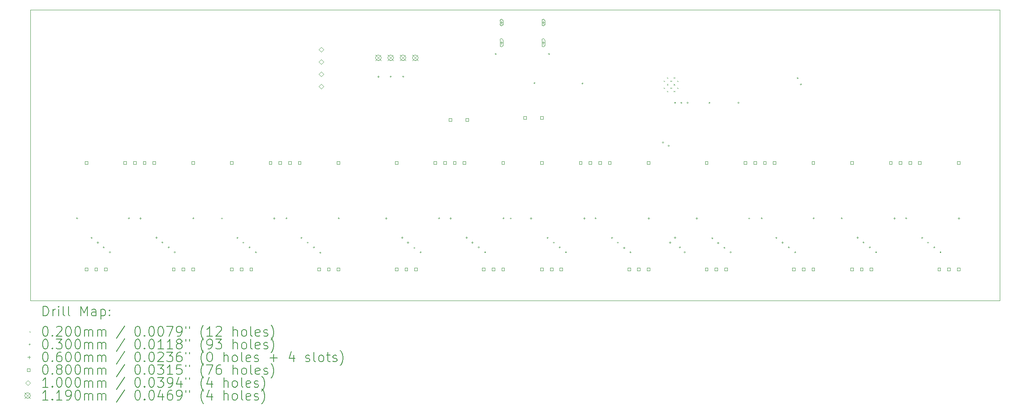
<source format=gbr>
%TF.GenerationSoftware,KiCad,Pcbnew,8.0.3*%
%TF.CreationDate,2024-07-13T20:38:13+02:00*%
%TF.ProjectId,Steuerplatine,53746575-6572-4706-9c61-74696e652e6b,rev?*%
%TF.SameCoordinates,Original*%
%TF.FileFunction,Drillmap*%
%TF.FilePolarity,Positive*%
%FSLAX45Y45*%
G04 Gerber Fmt 4.5, Leading zero omitted, Abs format (unit mm)*
G04 Created by KiCad (PCBNEW 8.0.3) date 2024-07-13 20:38:13*
%MOMM*%
%LPD*%
G01*
G04 APERTURE LIST*
%ADD10C,0.050000*%
%ADD11C,0.200000*%
%ADD12C,0.100000*%
%ADD13C,0.119000*%
G04 APERTURE END LIST*
D10*
X5000000Y-2990000D02*
X25000000Y-2990000D01*
X25000000Y-9000000D01*
X5000000Y-9000000D01*
X5000000Y-2990000D01*
D11*
D12*
X18065000Y-4452000D02*
X18085000Y-4472000D01*
X18085000Y-4452000D02*
X18065000Y-4472000D01*
X18065000Y-4592000D02*
X18085000Y-4612000D01*
X18085000Y-4592000D02*
X18065000Y-4612000D01*
X18135000Y-4382000D02*
X18155000Y-4402000D01*
X18155000Y-4382000D02*
X18135000Y-4402000D01*
X18135000Y-4522000D02*
X18155000Y-4542000D01*
X18155000Y-4522000D02*
X18135000Y-4542000D01*
X18135000Y-4662000D02*
X18155000Y-4682000D01*
X18155000Y-4662000D02*
X18135000Y-4682000D01*
X18205000Y-4452000D02*
X18225000Y-4472000D01*
X18225000Y-4452000D02*
X18205000Y-4472000D01*
X18205000Y-4592000D02*
X18225000Y-4612000D01*
X18225000Y-4592000D02*
X18205000Y-4612000D01*
X18275000Y-4382000D02*
X18295000Y-4402000D01*
X18295000Y-4382000D02*
X18275000Y-4402000D01*
X18275000Y-4522000D02*
X18295000Y-4542000D01*
X18295000Y-4522000D02*
X18275000Y-4542000D01*
X18275000Y-4662000D02*
X18295000Y-4682000D01*
X18295000Y-4662000D02*
X18275000Y-4682000D01*
X18345000Y-4452000D02*
X18365000Y-4472000D01*
X18365000Y-4452000D02*
X18345000Y-4472000D01*
X18345000Y-4592000D02*
X18365000Y-4612000D01*
X18365000Y-4592000D02*
X18345000Y-4612000D01*
X5975000Y-7300000D02*
G75*
G02*
X5945000Y-7300000I-15000J0D01*
G01*
X5945000Y-7300000D02*
G75*
G02*
X5975000Y-7300000I15000J0D01*
G01*
X6275000Y-7700000D02*
G75*
G02*
X6245000Y-7700000I-15000J0D01*
G01*
X6245000Y-7700000D02*
G75*
G02*
X6275000Y-7700000I15000J0D01*
G01*
X6405000Y-7800000D02*
G75*
G02*
X6375000Y-7800000I-15000J0D01*
G01*
X6375000Y-7800000D02*
G75*
G02*
X6405000Y-7800000I15000J0D01*
G01*
X6525000Y-7900000D02*
G75*
G02*
X6495000Y-7900000I-15000J0D01*
G01*
X6495000Y-7900000D02*
G75*
G02*
X6525000Y-7900000I15000J0D01*
G01*
X6655000Y-8000000D02*
G75*
G02*
X6625000Y-8000000I-15000J0D01*
G01*
X6625000Y-8000000D02*
G75*
G02*
X6655000Y-8000000I15000J0D01*
G01*
X7045000Y-7300000D02*
G75*
G02*
X7015000Y-7300000I-15000J0D01*
G01*
X7015000Y-7300000D02*
G75*
G02*
X7045000Y-7300000I15000J0D01*
G01*
X7285000Y-7300000D02*
G75*
G02*
X7255000Y-7300000I-15000J0D01*
G01*
X7255000Y-7300000D02*
G75*
G02*
X7285000Y-7300000I15000J0D01*
G01*
X7615000Y-7700000D02*
G75*
G02*
X7585000Y-7700000I-15000J0D01*
G01*
X7585000Y-7700000D02*
G75*
G02*
X7615000Y-7700000I15000J0D01*
G01*
X7735000Y-7800000D02*
G75*
G02*
X7705000Y-7800000I-15000J0D01*
G01*
X7705000Y-7800000D02*
G75*
G02*
X7735000Y-7800000I15000J0D01*
G01*
X7865000Y-7900000D02*
G75*
G02*
X7835000Y-7900000I-15000J0D01*
G01*
X7835000Y-7900000D02*
G75*
G02*
X7865000Y-7900000I15000J0D01*
G01*
X7993000Y-8000000D02*
G75*
G02*
X7963000Y-8000000I-15000J0D01*
G01*
X7963000Y-8000000D02*
G75*
G02*
X7993000Y-8000000I15000J0D01*
G01*
X8375000Y-7300000D02*
G75*
G02*
X8345000Y-7300000I-15000J0D01*
G01*
X8345000Y-7300000D02*
G75*
G02*
X8375000Y-7300000I15000J0D01*
G01*
X8965000Y-7300000D02*
G75*
G02*
X8935000Y-7300000I-15000J0D01*
G01*
X8935000Y-7300000D02*
G75*
G02*
X8965000Y-7300000I15000J0D01*
G01*
X9285000Y-7700000D02*
G75*
G02*
X9255000Y-7700000I-15000J0D01*
G01*
X9255000Y-7700000D02*
G75*
G02*
X9285000Y-7700000I15000J0D01*
G01*
X9405000Y-7800000D02*
G75*
G02*
X9375000Y-7800000I-15000J0D01*
G01*
X9375000Y-7800000D02*
G75*
G02*
X9405000Y-7800000I15000J0D01*
G01*
X9535000Y-7900000D02*
G75*
G02*
X9505000Y-7900000I-15000J0D01*
G01*
X9505000Y-7900000D02*
G75*
G02*
X9535000Y-7900000I15000J0D01*
G01*
X9665000Y-8000000D02*
G75*
G02*
X9635000Y-8000000I-15000J0D01*
G01*
X9635000Y-8000000D02*
G75*
G02*
X9665000Y-8000000I15000J0D01*
G01*
X10045000Y-7300000D02*
G75*
G02*
X10015000Y-7300000I-15000J0D01*
G01*
X10015000Y-7300000D02*
G75*
G02*
X10045000Y-7300000I15000J0D01*
G01*
X10295000Y-7300000D02*
G75*
G02*
X10265000Y-7300000I-15000J0D01*
G01*
X10265000Y-7300000D02*
G75*
G02*
X10295000Y-7300000I15000J0D01*
G01*
X10605000Y-7700000D02*
G75*
G02*
X10575000Y-7700000I-15000J0D01*
G01*
X10575000Y-7700000D02*
G75*
G02*
X10605000Y-7700000I15000J0D01*
G01*
X10735000Y-7800000D02*
G75*
G02*
X10705000Y-7800000I-15000J0D01*
G01*
X10705000Y-7800000D02*
G75*
G02*
X10735000Y-7800000I15000J0D01*
G01*
X10865000Y-7900000D02*
G75*
G02*
X10835000Y-7900000I-15000J0D01*
G01*
X10835000Y-7900000D02*
G75*
G02*
X10865000Y-7900000I15000J0D01*
G01*
X10995000Y-8010000D02*
G75*
G02*
X10965000Y-8010000I-15000J0D01*
G01*
X10965000Y-8010000D02*
G75*
G02*
X10995000Y-8010000I15000J0D01*
G01*
X11375000Y-7300000D02*
G75*
G02*
X11345000Y-7300000I-15000J0D01*
G01*
X11345000Y-7300000D02*
G75*
G02*
X11375000Y-7300000I15000J0D01*
G01*
X12195000Y-4370000D02*
G75*
G02*
X12165000Y-4370000I-15000J0D01*
G01*
X12165000Y-4370000D02*
G75*
G02*
X12195000Y-4370000I15000J0D01*
G01*
X12355000Y-7300000D02*
G75*
G02*
X12325000Y-7300000I-15000J0D01*
G01*
X12325000Y-7300000D02*
G75*
G02*
X12355000Y-7300000I15000J0D01*
G01*
X12445000Y-4370000D02*
G75*
G02*
X12415000Y-4370000I-15000J0D01*
G01*
X12415000Y-4370000D02*
G75*
G02*
X12445000Y-4370000I15000J0D01*
G01*
X12685000Y-7700000D02*
G75*
G02*
X12655000Y-7700000I-15000J0D01*
G01*
X12655000Y-7700000D02*
G75*
G02*
X12685000Y-7700000I15000J0D01*
G01*
X12705000Y-4370000D02*
G75*
G02*
X12675000Y-4370000I-15000J0D01*
G01*
X12675000Y-4370000D02*
G75*
G02*
X12705000Y-4370000I15000J0D01*
G01*
X12805000Y-7800000D02*
G75*
G02*
X12775000Y-7800000I-15000J0D01*
G01*
X12775000Y-7800000D02*
G75*
G02*
X12805000Y-7800000I15000J0D01*
G01*
X12935000Y-7910000D02*
G75*
G02*
X12905000Y-7910000I-15000J0D01*
G01*
X12905000Y-7910000D02*
G75*
G02*
X12935000Y-7910000I15000J0D01*
G01*
X13065000Y-8000000D02*
G75*
G02*
X13035000Y-8000000I-15000J0D01*
G01*
X13035000Y-8000000D02*
G75*
G02*
X13065000Y-8000000I15000J0D01*
G01*
X13445000Y-7300000D02*
G75*
G02*
X13415000Y-7300000I-15000J0D01*
G01*
X13415000Y-7300000D02*
G75*
G02*
X13445000Y-7300000I15000J0D01*
G01*
X13685000Y-7300000D02*
G75*
G02*
X13655000Y-7300000I-15000J0D01*
G01*
X13655000Y-7300000D02*
G75*
G02*
X13685000Y-7300000I15000J0D01*
G01*
X14015000Y-7700000D02*
G75*
G02*
X13985000Y-7700000I-15000J0D01*
G01*
X13985000Y-7700000D02*
G75*
G02*
X14015000Y-7700000I15000J0D01*
G01*
X14135000Y-7800000D02*
G75*
G02*
X14105000Y-7800000I-15000J0D01*
G01*
X14105000Y-7800000D02*
G75*
G02*
X14135000Y-7800000I15000J0D01*
G01*
X14265000Y-7900000D02*
G75*
G02*
X14235000Y-7900000I-15000J0D01*
G01*
X14235000Y-7900000D02*
G75*
G02*
X14265000Y-7900000I15000J0D01*
G01*
X14395000Y-8000000D02*
G75*
G02*
X14365000Y-8000000I-15000J0D01*
G01*
X14365000Y-8000000D02*
G75*
G02*
X14395000Y-8000000I15000J0D01*
G01*
X14615000Y-3900000D02*
G75*
G02*
X14585000Y-3900000I-15000J0D01*
G01*
X14585000Y-3900000D02*
G75*
G02*
X14615000Y-3900000I15000J0D01*
G01*
X14775000Y-7300000D02*
G75*
G02*
X14745000Y-7300000I-15000J0D01*
G01*
X14745000Y-7300000D02*
G75*
G02*
X14775000Y-7300000I15000J0D01*
G01*
X14925000Y-7300000D02*
G75*
G02*
X14895000Y-7300000I-15000J0D01*
G01*
X14895000Y-7300000D02*
G75*
G02*
X14925000Y-7300000I15000J0D01*
G01*
X15345000Y-7300000D02*
G75*
G02*
X15315000Y-7300000I-15000J0D01*
G01*
X15315000Y-7300000D02*
G75*
G02*
X15345000Y-7300000I15000J0D01*
G01*
X15415000Y-4500000D02*
G75*
G02*
X15385000Y-4500000I-15000J0D01*
G01*
X15385000Y-4500000D02*
G75*
G02*
X15415000Y-4500000I15000J0D01*
G01*
X15685000Y-7700000D02*
G75*
G02*
X15655000Y-7700000I-15000J0D01*
G01*
X15655000Y-7700000D02*
G75*
G02*
X15685000Y-7700000I15000J0D01*
G01*
X15715000Y-3900000D02*
G75*
G02*
X15685000Y-3900000I-15000J0D01*
G01*
X15685000Y-3900000D02*
G75*
G02*
X15715000Y-3900000I15000J0D01*
G01*
X15815000Y-7800000D02*
G75*
G02*
X15785000Y-7800000I-15000J0D01*
G01*
X15785000Y-7800000D02*
G75*
G02*
X15815000Y-7800000I15000J0D01*
G01*
X15935000Y-7900000D02*
G75*
G02*
X15905000Y-7900000I-15000J0D01*
G01*
X15905000Y-7900000D02*
G75*
G02*
X15935000Y-7900000I15000J0D01*
G01*
X16065000Y-8000000D02*
G75*
G02*
X16035000Y-8000000I-15000J0D01*
G01*
X16035000Y-8000000D02*
G75*
G02*
X16065000Y-8000000I15000J0D01*
G01*
X16405000Y-4510000D02*
G75*
G02*
X16375000Y-4510000I-15000J0D01*
G01*
X16375000Y-4510000D02*
G75*
G02*
X16405000Y-4510000I15000J0D01*
G01*
X16445000Y-7300000D02*
G75*
G02*
X16415000Y-7300000I-15000J0D01*
G01*
X16415000Y-7300000D02*
G75*
G02*
X16445000Y-7300000I15000J0D01*
G01*
X16675000Y-7300000D02*
G75*
G02*
X16645000Y-7300000I-15000J0D01*
G01*
X16645000Y-7300000D02*
G75*
G02*
X16675000Y-7300000I15000J0D01*
G01*
X17015000Y-7700000D02*
G75*
G02*
X16985000Y-7700000I-15000J0D01*
G01*
X16985000Y-7700000D02*
G75*
G02*
X17015000Y-7700000I15000J0D01*
G01*
X17135000Y-7800000D02*
G75*
G02*
X17105000Y-7800000I-15000J0D01*
G01*
X17105000Y-7800000D02*
G75*
G02*
X17135000Y-7800000I15000J0D01*
G01*
X17265000Y-7910000D02*
G75*
G02*
X17235000Y-7910000I-15000J0D01*
G01*
X17235000Y-7910000D02*
G75*
G02*
X17265000Y-7910000I15000J0D01*
G01*
X17395000Y-8000000D02*
G75*
G02*
X17365000Y-8000000I-15000J0D01*
G01*
X17365000Y-8000000D02*
G75*
G02*
X17395000Y-8000000I15000J0D01*
G01*
X17775000Y-7300000D02*
G75*
G02*
X17745000Y-7300000I-15000J0D01*
G01*
X17745000Y-7300000D02*
G75*
G02*
X17775000Y-7300000I15000J0D01*
G01*
X18065000Y-5730000D02*
G75*
G02*
X18035000Y-5730000I-15000J0D01*
G01*
X18035000Y-5730000D02*
G75*
G02*
X18065000Y-5730000I15000J0D01*
G01*
X18185000Y-5800000D02*
G75*
G02*
X18155000Y-5800000I-15000J0D01*
G01*
X18155000Y-5800000D02*
G75*
G02*
X18185000Y-5800000I15000J0D01*
G01*
X18215000Y-7800000D02*
G75*
G02*
X18185000Y-7800000I-15000J0D01*
G01*
X18185000Y-7800000D02*
G75*
G02*
X18215000Y-7800000I15000J0D01*
G01*
X18315000Y-4910000D02*
G75*
G02*
X18285000Y-4910000I-15000J0D01*
G01*
X18285000Y-4910000D02*
G75*
G02*
X18315000Y-4910000I15000J0D01*
G01*
X18315000Y-7700000D02*
G75*
G02*
X18285000Y-7700000I-15000J0D01*
G01*
X18285000Y-7700000D02*
G75*
G02*
X18315000Y-7700000I15000J0D01*
G01*
X18415000Y-7900000D02*
G75*
G02*
X18385000Y-7900000I-15000J0D01*
G01*
X18385000Y-7900000D02*
G75*
G02*
X18415000Y-7900000I15000J0D01*
G01*
X18445000Y-4910000D02*
G75*
G02*
X18415000Y-4910000I-15000J0D01*
G01*
X18415000Y-4910000D02*
G75*
G02*
X18445000Y-4910000I15000J0D01*
G01*
X18515000Y-8000000D02*
G75*
G02*
X18485000Y-8000000I-15000J0D01*
G01*
X18485000Y-8000000D02*
G75*
G02*
X18515000Y-8000000I15000J0D01*
G01*
X18575000Y-4910000D02*
G75*
G02*
X18545000Y-4910000I-15000J0D01*
G01*
X18545000Y-4910000D02*
G75*
G02*
X18575000Y-4910000I15000J0D01*
G01*
X18765000Y-7300000D02*
G75*
G02*
X18735000Y-7300000I-15000J0D01*
G01*
X18735000Y-7300000D02*
G75*
G02*
X18765000Y-7300000I15000J0D01*
G01*
X19025000Y-4910000D02*
G75*
G02*
X18995000Y-4910000I-15000J0D01*
G01*
X18995000Y-4910000D02*
G75*
G02*
X19025000Y-4910000I15000J0D01*
G01*
X19085000Y-7710000D02*
G75*
G02*
X19055000Y-7710000I-15000J0D01*
G01*
X19055000Y-7710000D02*
G75*
G02*
X19085000Y-7710000I15000J0D01*
G01*
X19205000Y-7810000D02*
G75*
G02*
X19175000Y-7810000I-15000J0D01*
G01*
X19175000Y-7810000D02*
G75*
G02*
X19205000Y-7810000I15000J0D01*
G01*
X19335000Y-7910000D02*
G75*
G02*
X19305000Y-7910000I-15000J0D01*
G01*
X19305000Y-7910000D02*
G75*
G02*
X19335000Y-7910000I15000J0D01*
G01*
X19465000Y-8000000D02*
G75*
G02*
X19435000Y-8000000I-15000J0D01*
G01*
X19435000Y-8000000D02*
G75*
G02*
X19465000Y-8000000I15000J0D01*
G01*
X19625000Y-4910000D02*
G75*
G02*
X19595000Y-4910000I-15000J0D01*
G01*
X19595000Y-4910000D02*
G75*
G02*
X19625000Y-4910000I15000J0D01*
G01*
X19845000Y-7300000D02*
G75*
G02*
X19815000Y-7300000I-15000J0D01*
G01*
X19815000Y-7300000D02*
G75*
G02*
X19845000Y-7300000I15000J0D01*
G01*
X20105000Y-7300000D02*
G75*
G02*
X20075000Y-7300000I-15000J0D01*
G01*
X20075000Y-7300000D02*
G75*
G02*
X20105000Y-7300000I15000J0D01*
G01*
X20405000Y-7700000D02*
G75*
G02*
X20375000Y-7700000I-15000J0D01*
G01*
X20375000Y-7700000D02*
G75*
G02*
X20405000Y-7700000I15000J0D01*
G01*
X20535000Y-7800000D02*
G75*
G02*
X20505000Y-7800000I-15000J0D01*
G01*
X20505000Y-7800000D02*
G75*
G02*
X20535000Y-7800000I15000J0D01*
G01*
X20665000Y-7900000D02*
G75*
G02*
X20635000Y-7900000I-15000J0D01*
G01*
X20635000Y-7900000D02*
G75*
G02*
X20665000Y-7900000I15000J0D01*
G01*
X20795000Y-8000000D02*
G75*
G02*
X20765000Y-8000000I-15000J0D01*
G01*
X20765000Y-8000000D02*
G75*
G02*
X20795000Y-8000000I15000J0D01*
G01*
X20845000Y-4400000D02*
G75*
G02*
X20815000Y-4400000I-15000J0D01*
G01*
X20815000Y-4400000D02*
G75*
G02*
X20845000Y-4400000I15000J0D01*
G01*
X20915000Y-4530000D02*
G75*
G02*
X20885000Y-4530000I-15000J0D01*
G01*
X20885000Y-4530000D02*
G75*
G02*
X20915000Y-4530000I15000J0D01*
G01*
X21175000Y-7300000D02*
G75*
G02*
X21145000Y-7300000I-15000J0D01*
G01*
X21145000Y-7300000D02*
G75*
G02*
X21175000Y-7300000I15000J0D01*
G01*
X21755000Y-7300000D02*
G75*
G02*
X21725000Y-7300000I-15000J0D01*
G01*
X21725000Y-7300000D02*
G75*
G02*
X21755000Y-7300000I15000J0D01*
G01*
X22085000Y-7700000D02*
G75*
G02*
X22055000Y-7700000I-15000J0D01*
G01*
X22055000Y-7700000D02*
G75*
G02*
X22085000Y-7700000I15000J0D01*
G01*
X22205000Y-7800000D02*
G75*
G02*
X22175000Y-7800000I-15000J0D01*
G01*
X22175000Y-7800000D02*
G75*
G02*
X22205000Y-7800000I15000J0D01*
G01*
X22335000Y-7900000D02*
G75*
G02*
X22305000Y-7900000I-15000J0D01*
G01*
X22305000Y-7900000D02*
G75*
G02*
X22335000Y-7900000I15000J0D01*
G01*
X22465000Y-8000000D02*
G75*
G02*
X22435000Y-8000000I-15000J0D01*
G01*
X22435000Y-8000000D02*
G75*
G02*
X22465000Y-8000000I15000J0D01*
G01*
X22845000Y-7300000D02*
G75*
G02*
X22815000Y-7300000I-15000J0D01*
G01*
X22815000Y-7300000D02*
G75*
G02*
X22845000Y-7300000I15000J0D01*
G01*
X23085000Y-7300000D02*
G75*
G02*
X23055000Y-7300000I-15000J0D01*
G01*
X23055000Y-7300000D02*
G75*
G02*
X23085000Y-7300000I15000J0D01*
G01*
X23415000Y-7700000D02*
G75*
G02*
X23385000Y-7700000I-15000J0D01*
G01*
X23385000Y-7700000D02*
G75*
G02*
X23415000Y-7700000I15000J0D01*
G01*
X23535000Y-7800000D02*
G75*
G02*
X23505000Y-7800000I-15000J0D01*
G01*
X23505000Y-7800000D02*
G75*
G02*
X23535000Y-7800000I15000J0D01*
G01*
X23665000Y-7900000D02*
G75*
G02*
X23635000Y-7900000I-15000J0D01*
G01*
X23635000Y-7900000D02*
G75*
G02*
X23665000Y-7900000I15000J0D01*
G01*
X23795000Y-8000000D02*
G75*
G02*
X23765000Y-8000000I-15000J0D01*
G01*
X23765000Y-8000000D02*
G75*
G02*
X23795000Y-8000000I15000J0D01*
G01*
X24175000Y-7300000D02*
G75*
G02*
X24145000Y-7300000I-15000J0D01*
G01*
X24145000Y-7300000D02*
G75*
G02*
X24175000Y-7300000I15000J0D01*
G01*
X14718000Y-3220000D02*
X14718000Y-3280000D01*
X14688000Y-3250000D02*
X14748000Y-3250000D01*
X14748000Y-3290000D02*
X14748000Y-3210000D01*
X14688000Y-3210000D02*
G75*
G02*
X14748000Y-3210000I30000J0D01*
G01*
X14688000Y-3210000D02*
X14688000Y-3290000D01*
X14688000Y-3290000D02*
G75*
G03*
X14748000Y-3290000I30000J0D01*
G01*
X14718000Y-3638000D02*
X14718000Y-3698000D01*
X14688000Y-3668000D02*
X14748000Y-3668000D01*
X14748000Y-3723000D02*
X14748000Y-3613000D01*
X14688000Y-3613000D02*
G75*
G02*
X14748000Y-3613000I30000J0D01*
G01*
X14688000Y-3613000D02*
X14688000Y-3723000D01*
X14688000Y-3723000D02*
G75*
G03*
X14748000Y-3723000I30000J0D01*
G01*
X15582000Y-3220000D02*
X15582000Y-3280000D01*
X15552000Y-3250000D02*
X15612000Y-3250000D01*
X15612000Y-3290000D02*
X15612000Y-3210000D01*
X15552000Y-3210000D02*
G75*
G02*
X15612000Y-3210000I30000J0D01*
G01*
X15552000Y-3210000D02*
X15552000Y-3290000D01*
X15552000Y-3290000D02*
G75*
G03*
X15612000Y-3290000I30000J0D01*
G01*
X15582000Y-3638000D02*
X15582000Y-3698000D01*
X15552000Y-3668000D02*
X15612000Y-3668000D01*
X15612000Y-3723000D02*
X15612000Y-3613000D01*
X15552000Y-3613000D02*
G75*
G02*
X15612000Y-3613000I30000J0D01*
G01*
X15552000Y-3613000D02*
X15552000Y-3723000D01*
X15552000Y-3723000D02*
G75*
G03*
X15612000Y-3723000I30000J0D01*
G01*
X6178284Y-8378284D02*
X6178284Y-8321715D01*
X6121715Y-8321715D01*
X6121715Y-8378284D01*
X6178284Y-8378284D01*
X6178284Y-6178284D02*
X6178284Y-6121715D01*
X6121715Y-6121715D01*
X6121715Y-6178284D01*
X6178284Y-6178284D01*
X6378284Y-8378284D02*
X6378284Y-8321715D01*
X6321715Y-8321715D01*
X6321715Y-8378284D01*
X6378284Y-8378284D01*
X6578284Y-8378284D02*
X6578284Y-8321715D01*
X6521715Y-8321715D01*
X6521715Y-8378284D01*
X6578284Y-8378284D01*
X6978284Y-6178284D02*
X6978284Y-6121715D01*
X6921715Y-6121715D01*
X6921715Y-6178284D01*
X6978284Y-6178284D01*
X7178284Y-6178284D02*
X7178284Y-6121715D01*
X7121715Y-6121715D01*
X7121715Y-6178284D01*
X7178284Y-6178284D01*
X7378284Y-6178284D02*
X7378284Y-6121715D01*
X7321715Y-6121715D01*
X7321715Y-6178284D01*
X7378284Y-6178284D01*
X7578284Y-6178284D02*
X7578284Y-6121715D01*
X7521715Y-6121715D01*
X7521715Y-6178284D01*
X7578284Y-6178284D01*
X7978284Y-8378284D02*
X7978284Y-8321715D01*
X7921715Y-8321715D01*
X7921715Y-8378284D01*
X7978284Y-8378284D01*
X8178284Y-8378284D02*
X8178284Y-8321715D01*
X8121715Y-8321715D01*
X8121715Y-8378284D01*
X8178284Y-8378284D01*
X8378284Y-6178284D02*
X8378284Y-6121715D01*
X8321715Y-6121715D01*
X8321715Y-6178284D01*
X8378284Y-6178284D01*
X8378284Y-8378284D02*
X8378284Y-8321715D01*
X8321715Y-8321715D01*
X8321715Y-8378284D01*
X8378284Y-8378284D01*
X9178285Y-6178284D02*
X9178285Y-6121715D01*
X9121716Y-6121715D01*
X9121716Y-6178284D01*
X9178285Y-6178284D01*
X9178285Y-8378284D02*
X9178285Y-8321715D01*
X9121716Y-8321715D01*
X9121716Y-8378284D01*
X9178285Y-8378284D01*
X9378285Y-8378284D02*
X9378285Y-8321715D01*
X9321716Y-8321715D01*
X9321716Y-8378284D01*
X9378285Y-8378284D01*
X9578285Y-8378284D02*
X9578285Y-8321715D01*
X9521716Y-8321715D01*
X9521716Y-8378284D01*
X9578285Y-8378284D01*
X9978285Y-6178284D02*
X9978285Y-6121715D01*
X9921716Y-6121715D01*
X9921716Y-6178284D01*
X9978285Y-6178284D01*
X10178285Y-6178284D02*
X10178285Y-6121715D01*
X10121716Y-6121715D01*
X10121716Y-6178284D01*
X10178285Y-6178284D01*
X10378285Y-6178284D02*
X10378285Y-6121715D01*
X10321716Y-6121715D01*
X10321716Y-6178284D01*
X10378285Y-6178284D01*
X10578285Y-6178284D02*
X10578285Y-6121715D01*
X10521716Y-6121715D01*
X10521716Y-6178284D01*
X10578285Y-6178284D01*
X10978285Y-8378284D02*
X10978285Y-8321715D01*
X10921716Y-8321715D01*
X10921716Y-8378284D01*
X10978285Y-8378284D01*
X11178285Y-8378284D02*
X11178285Y-8321715D01*
X11121716Y-8321715D01*
X11121716Y-8378284D01*
X11178285Y-8378284D01*
X11378284Y-6178284D02*
X11378284Y-6121715D01*
X11321715Y-6121715D01*
X11321715Y-6178284D01*
X11378284Y-6178284D01*
X11378284Y-8378284D02*
X11378284Y-8321715D01*
X11321715Y-8321715D01*
X11321715Y-8378284D01*
X11378284Y-8378284D01*
X12578284Y-6178284D02*
X12578284Y-6121715D01*
X12521715Y-6121715D01*
X12521715Y-6178284D01*
X12578284Y-6178284D01*
X12578284Y-8378284D02*
X12578284Y-8321715D01*
X12521715Y-8321715D01*
X12521715Y-8378284D01*
X12578284Y-8378284D01*
X12778284Y-8378284D02*
X12778284Y-8321715D01*
X12721715Y-8321715D01*
X12721715Y-8378284D01*
X12778284Y-8378284D01*
X12978284Y-8378284D02*
X12978284Y-8321715D01*
X12921715Y-8321715D01*
X12921715Y-8378284D01*
X12978284Y-8378284D01*
X13378284Y-6178284D02*
X13378284Y-6121715D01*
X13321715Y-6121715D01*
X13321715Y-6178284D01*
X13378284Y-6178284D01*
X13578284Y-6178284D02*
X13578284Y-6121715D01*
X13521715Y-6121715D01*
X13521715Y-6178284D01*
X13578284Y-6178284D01*
X13688284Y-5288285D02*
X13688284Y-5231716D01*
X13631715Y-5231716D01*
X13631715Y-5288285D01*
X13688284Y-5288285D01*
X13778284Y-6178284D02*
X13778284Y-6121715D01*
X13721715Y-6121715D01*
X13721715Y-6178284D01*
X13778284Y-6178284D01*
X13978284Y-6178284D02*
X13978284Y-6121715D01*
X13921715Y-6121715D01*
X13921715Y-6178284D01*
X13978284Y-6178284D01*
X14038284Y-5288285D02*
X14038284Y-5231716D01*
X13981715Y-5231716D01*
X13981715Y-5288285D01*
X14038284Y-5288285D01*
X14378284Y-8378284D02*
X14378284Y-8321715D01*
X14321715Y-8321715D01*
X14321715Y-8378284D01*
X14378284Y-8378284D01*
X14578284Y-8378284D02*
X14578284Y-8321715D01*
X14521715Y-8321715D01*
X14521715Y-8378284D01*
X14578284Y-8378284D01*
X14778284Y-6178284D02*
X14778284Y-6121715D01*
X14721715Y-6121715D01*
X14721715Y-6178284D01*
X14778284Y-6178284D01*
X14778284Y-8378284D02*
X14778284Y-8321715D01*
X14721715Y-8321715D01*
X14721715Y-8378284D01*
X14778284Y-8378284D01*
X15228284Y-5248285D02*
X15228284Y-5191716D01*
X15171715Y-5191716D01*
X15171715Y-5248285D01*
X15228284Y-5248285D01*
X15578284Y-5248285D02*
X15578284Y-5191716D01*
X15521715Y-5191716D01*
X15521715Y-5248285D01*
X15578284Y-5248285D01*
X15578284Y-6178284D02*
X15578284Y-6121715D01*
X15521715Y-6121715D01*
X15521715Y-6178284D01*
X15578284Y-6178284D01*
X15578284Y-8378284D02*
X15578284Y-8321715D01*
X15521715Y-8321715D01*
X15521715Y-8378284D01*
X15578284Y-8378284D01*
X15778284Y-8378284D02*
X15778284Y-8321715D01*
X15721715Y-8321715D01*
X15721715Y-8378284D01*
X15778284Y-8378284D01*
X15978284Y-8378284D02*
X15978284Y-8321715D01*
X15921715Y-8321715D01*
X15921715Y-8378284D01*
X15978284Y-8378284D01*
X16378284Y-6178284D02*
X16378284Y-6121715D01*
X16321715Y-6121715D01*
X16321715Y-6178284D01*
X16378284Y-6178284D01*
X16578284Y-6178284D02*
X16578284Y-6121715D01*
X16521715Y-6121715D01*
X16521715Y-6178284D01*
X16578284Y-6178284D01*
X16778285Y-6178284D02*
X16778285Y-6121715D01*
X16721715Y-6121715D01*
X16721715Y-6178284D01*
X16778285Y-6178284D01*
X16978285Y-6178284D02*
X16978285Y-6121715D01*
X16921716Y-6121715D01*
X16921716Y-6178284D01*
X16978285Y-6178284D01*
X17378285Y-8378284D02*
X17378285Y-8321715D01*
X17321716Y-8321715D01*
X17321716Y-8378284D01*
X17378285Y-8378284D01*
X17578285Y-8378284D02*
X17578285Y-8321715D01*
X17521716Y-8321715D01*
X17521716Y-8378284D01*
X17578285Y-8378284D01*
X17778285Y-6178284D02*
X17778285Y-6121715D01*
X17721716Y-6121715D01*
X17721716Y-6178284D01*
X17778285Y-6178284D01*
X17778285Y-8378284D02*
X17778285Y-8321715D01*
X17721716Y-8321715D01*
X17721716Y-8378284D01*
X17778285Y-8378284D01*
X18978285Y-6178284D02*
X18978285Y-6121715D01*
X18921716Y-6121715D01*
X18921716Y-6178284D01*
X18978285Y-6178284D01*
X18978285Y-8378284D02*
X18978285Y-8321715D01*
X18921716Y-8321715D01*
X18921716Y-8378284D01*
X18978285Y-8378284D01*
X19178285Y-8378284D02*
X19178285Y-8321715D01*
X19121716Y-8321715D01*
X19121716Y-8378284D01*
X19178285Y-8378284D01*
X19378285Y-8378284D02*
X19378285Y-8321715D01*
X19321716Y-8321715D01*
X19321716Y-8378284D01*
X19378285Y-8378284D01*
X19778285Y-6178284D02*
X19778285Y-6121715D01*
X19721716Y-6121715D01*
X19721716Y-6178284D01*
X19778285Y-6178284D01*
X19978285Y-6178284D02*
X19978285Y-6121715D01*
X19921716Y-6121715D01*
X19921716Y-6178284D01*
X19978285Y-6178284D01*
X20178285Y-6178284D02*
X20178285Y-6121715D01*
X20121716Y-6121715D01*
X20121716Y-6178284D01*
X20178285Y-6178284D01*
X20378285Y-6178284D02*
X20378285Y-6121715D01*
X20321716Y-6121715D01*
X20321716Y-6178284D01*
X20378285Y-6178284D01*
X20778285Y-8378284D02*
X20778285Y-8321715D01*
X20721716Y-8321715D01*
X20721716Y-8378284D01*
X20778285Y-8378284D01*
X20978285Y-8378284D02*
X20978285Y-8321715D01*
X20921716Y-8321715D01*
X20921716Y-8378284D01*
X20978285Y-8378284D01*
X21178285Y-6178284D02*
X21178285Y-6121715D01*
X21121716Y-6121715D01*
X21121716Y-6178284D01*
X21178285Y-6178284D01*
X21178285Y-8378284D02*
X21178285Y-8321715D01*
X21121716Y-8321715D01*
X21121716Y-8378284D01*
X21178285Y-8378284D01*
X21978285Y-6178284D02*
X21978285Y-6121715D01*
X21921716Y-6121715D01*
X21921716Y-6178284D01*
X21978285Y-6178284D01*
X21978285Y-8378284D02*
X21978285Y-8321715D01*
X21921716Y-8321715D01*
X21921716Y-8378284D01*
X21978285Y-8378284D01*
X22178285Y-8378284D02*
X22178285Y-8321715D01*
X22121716Y-8321715D01*
X22121716Y-8378284D01*
X22178285Y-8378284D01*
X22378284Y-8378284D02*
X22378284Y-8321715D01*
X22321716Y-8321715D01*
X22321716Y-8378284D01*
X22378284Y-8378284D01*
X22778284Y-6178284D02*
X22778284Y-6121715D01*
X22721715Y-6121715D01*
X22721715Y-6178284D01*
X22778284Y-6178284D01*
X22978284Y-6178284D02*
X22978284Y-6121715D01*
X22921715Y-6121715D01*
X22921715Y-6178284D01*
X22978284Y-6178284D01*
X23178284Y-6178284D02*
X23178284Y-6121715D01*
X23121715Y-6121715D01*
X23121715Y-6178284D01*
X23178284Y-6178284D01*
X23378284Y-6178284D02*
X23378284Y-6121715D01*
X23321715Y-6121715D01*
X23321715Y-6178284D01*
X23378284Y-6178284D01*
X23778284Y-8378284D02*
X23778284Y-8321715D01*
X23721715Y-8321715D01*
X23721715Y-8378284D01*
X23778284Y-8378284D01*
X23978284Y-8378284D02*
X23978284Y-8321715D01*
X23921715Y-8321715D01*
X23921715Y-8378284D01*
X23978284Y-8378284D01*
X24178284Y-6178284D02*
X24178284Y-6121715D01*
X24121715Y-6121715D01*
X24121715Y-6178284D01*
X24178284Y-6178284D01*
X24178284Y-8378284D02*
X24178284Y-8321715D01*
X24121715Y-8321715D01*
X24121715Y-8378284D01*
X24178284Y-8378284D01*
X11000000Y-3860000D02*
X11050000Y-3810000D01*
X11000000Y-3760000D01*
X10950000Y-3810000D01*
X11000000Y-3860000D01*
X11000000Y-4114000D02*
X11050000Y-4064000D01*
X11000000Y-4014000D01*
X10950000Y-4064000D01*
X11000000Y-4114000D01*
X11000000Y-4368000D02*
X11050000Y-4318000D01*
X11000000Y-4268000D01*
X10950000Y-4318000D01*
X11000000Y-4368000D01*
X11000000Y-4622000D02*
X11050000Y-4572000D01*
X11000000Y-4522000D01*
X10950000Y-4572000D01*
X11000000Y-4622000D01*
D13*
X12118500Y-3920500D02*
X12237500Y-4039500D01*
X12237500Y-3920500D02*
X12118500Y-4039500D01*
X12237500Y-3980000D02*
G75*
G02*
X12118500Y-3980000I-59500J0D01*
G01*
X12118500Y-3980000D02*
G75*
G02*
X12237500Y-3980000I59500J0D01*
G01*
X12372500Y-3920500D02*
X12491500Y-4039500D01*
X12491500Y-3920500D02*
X12372500Y-4039500D01*
X12491500Y-3980000D02*
G75*
G02*
X12372500Y-3980000I-59500J0D01*
G01*
X12372500Y-3980000D02*
G75*
G02*
X12491500Y-3980000I59500J0D01*
G01*
X12626500Y-3920500D02*
X12745500Y-4039500D01*
X12745500Y-3920500D02*
X12626500Y-4039500D01*
X12745500Y-3980000D02*
G75*
G02*
X12626500Y-3980000I-59500J0D01*
G01*
X12626500Y-3980000D02*
G75*
G02*
X12745500Y-3980000I59500J0D01*
G01*
X12880500Y-3920500D02*
X12999500Y-4039500D01*
X12999500Y-3920500D02*
X12880500Y-4039500D01*
X12999500Y-3980000D02*
G75*
G02*
X12880500Y-3980000I-59500J0D01*
G01*
X12880500Y-3980000D02*
G75*
G02*
X12999500Y-3980000I59500J0D01*
G01*
D11*
X5258277Y-9313984D02*
X5258277Y-9113984D01*
X5258277Y-9113984D02*
X5305896Y-9113984D01*
X5305896Y-9113984D02*
X5334467Y-9123508D01*
X5334467Y-9123508D02*
X5353515Y-9142555D01*
X5353515Y-9142555D02*
X5363039Y-9161603D01*
X5363039Y-9161603D02*
X5372563Y-9199698D01*
X5372563Y-9199698D02*
X5372563Y-9228270D01*
X5372563Y-9228270D02*
X5363039Y-9266365D01*
X5363039Y-9266365D02*
X5353515Y-9285412D01*
X5353515Y-9285412D02*
X5334467Y-9304460D01*
X5334467Y-9304460D02*
X5305896Y-9313984D01*
X5305896Y-9313984D02*
X5258277Y-9313984D01*
X5458277Y-9313984D02*
X5458277Y-9180650D01*
X5458277Y-9218746D02*
X5467801Y-9199698D01*
X5467801Y-9199698D02*
X5477324Y-9190174D01*
X5477324Y-9190174D02*
X5496372Y-9180650D01*
X5496372Y-9180650D02*
X5515420Y-9180650D01*
X5582086Y-9313984D02*
X5582086Y-9180650D01*
X5582086Y-9113984D02*
X5572563Y-9123508D01*
X5572563Y-9123508D02*
X5582086Y-9133031D01*
X5582086Y-9133031D02*
X5591610Y-9123508D01*
X5591610Y-9123508D02*
X5582086Y-9113984D01*
X5582086Y-9113984D02*
X5582086Y-9133031D01*
X5705896Y-9313984D02*
X5686848Y-9304460D01*
X5686848Y-9304460D02*
X5677324Y-9285412D01*
X5677324Y-9285412D02*
X5677324Y-9113984D01*
X5810658Y-9313984D02*
X5791610Y-9304460D01*
X5791610Y-9304460D02*
X5782086Y-9285412D01*
X5782086Y-9285412D02*
X5782086Y-9113984D01*
X6039229Y-9313984D02*
X6039229Y-9113984D01*
X6039229Y-9113984D02*
X6105896Y-9256841D01*
X6105896Y-9256841D02*
X6172562Y-9113984D01*
X6172562Y-9113984D02*
X6172562Y-9313984D01*
X6353515Y-9313984D02*
X6353515Y-9209222D01*
X6353515Y-9209222D02*
X6343991Y-9190174D01*
X6343991Y-9190174D02*
X6324943Y-9180650D01*
X6324943Y-9180650D02*
X6286848Y-9180650D01*
X6286848Y-9180650D02*
X6267801Y-9190174D01*
X6353515Y-9304460D02*
X6334467Y-9313984D01*
X6334467Y-9313984D02*
X6286848Y-9313984D01*
X6286848Y-9313984D02*
X6267801Y-9304460D01*
X6267801Y-9304460D02*
X6258277Y-9285412D01*
X6258277Y-9285412D02*
X6258277Y-9266365D01*
X6258277Y-9266365D02*
X6267801Y-9247317D01*
X6267801Y-9247317D02*
X6286848Y-9237793D01*
X6286848Y-9237793D02*
X6334467Y-9237793D01*
X6334467Y-9237793D02*
X6353515Y-9228270D01*
X6448753Y-9180650D02*
X6448753Y-9380650D01*
X6448753Y-9190174D02*
X6467801Y-9180650D01*
X6467801Y-9180650D02*
X6505896Y-9180650D01*
X6505896Y-9180650D02*
X6524943Y-9190174D01*
X6524943Y-9190174D02*
X6534467Y-9199698D01*
X6534467Y-9199698D02*
X6543991Y-9218746D01*
X6543991Y-9218746D02*
X6543991Y-9275889D01*
X6543991Y-9275889D02*
X6534467Y-9294936D01*
X6534467Y-9294936D02*
X6524943Y-9304460D01*
X6524943Y-9304460D02*
X6505896Y-9313984D01*
X6505896Y-9313984D02*
X6467801Y-9313984D01*
X6467801Y-9313984D02*
X6448753Y-9304460D01*
X6629705Y-9294936D02*
X6639229Y-9304460D01*
X6639229Y-9304460D02*
X6629705Y-9313984D01*
X6629705Y-9313984D02*
X6620182Y-9304460D01*
X6620182Y-9304460D02*
X6629705Y-9294936D01*
X6629705Y-9294936D02*
X6629705Y-9313984D01*
X6629705Y-9190174D02*
X6639229Y-9199698D01*
X6639229Y-9199698D02*
X6629705Y-9209222D01*
X6629705Y-9209222D02*
X6620182Y-9199698D01*
X6620182Y-9199698D02*
X6629705Y-9190174D01*
X6629705Y-9190174D02*
X6629705Y-9209222D01*
D12*
X4977500Y-9632500D02*
X4997500Y-9652500D01*
X4997500Y-9632500D02*
X4977500Y-9652500D01*
D11*
X5296372Y-9533984D02*
X5315420Y-9533984D01*
X5315420Y-9533984D02*
X5334467Y-9543508D01*
X5334467Y-9543508D02*
X5343991Y-9553031D01*
X5343991Y-9553031D02*
X5353515Y-9572079D01*
X5353515Y-9572079D02*
X5363039Y-9610174D01*
X5363039Y-9610174D02*
X5363039Y-9657793D01*
X5363039Y-9657793D02*
X5353515Y-9695889D01*
X5353515Y-9695889D02*
X5343991Y-9714936D01*
X5343991Y-9714936D02*
X5334467Y-9724460D01*
X5334467Y-9724460D02*
X5315420Y-9733984D01*
X5315420Y-9733984D02*
X5296372Y-9733984D01*
X5296372Y-9733984D02*
X5277324Y-9724460D01*
X5277324Y-9724460D02*
X5267801Y-9714936D01*
X5267801Y-9714936D02*
X5258277Y-9695889D01*
X5258277Y-9695889D02*
X5248753Y-9657793D01*
X5248753Y-9657793D02*
X5248753Y-9610174D01*
X5248753Y-9610174D02*
X5258277Y-9572079D01*
X5258277Y-9572079D02*
X5267801Y-9553031D01*
X5267801Y-9553031D02*
X5277324Y-9543508D01*
X5277324Y-9543508D02*
X5296372Y-9533984D01*
X5448753Y-9714936D02*
X5458277Y-9724460D01*
X5458277Y-9724460D02*
X5448753Y-9733984D01*
X5448753Y-9733984D02*
X5439229Y-9724460D01*
X5439229Y-9724460D02*
X5448753Y-9714936D01*
X5448753Y-9714936D02*
X5448753Y-9733984D01*
X5534467Y-9553031D02*
X5543991Y-9543508D01*
X5543991Y-9543508D02*
X5563039Y-9533984D01*
X5563039Y-9533984D02*
X5610658Y-9533984D01*
X5610658Y-9533984D02*
X5629705Y-9543508D01*
X5629705Y-9543508D02*
X5639229Y-9553031D01*
X5639229Y-9553031D02*
X5648753Y-9572079D01*
X5648753Y-9572079D02*
X5648753Y-9591127D01*
X5648753Y-9591127D02*
X5639229Y-9619698D01*
X5639229Y-9619698D02*
X5524944Y-9733984D01*
X5524944Y-9733984D02*
X5648753Y-9733984D01*
X5772562Y-9533984D02*
X5791610Y-9533984D01*
X5791610Y-9533984D02*
X5810658Y-9543508D01*
X5810658Y-9543508D02*
X5820182Y-9553031D01*
X5820182Y-9553031D02*
X5829705Y-9572079D01*
X5829705Y-9572079D02*
X5839229Y-9610174D01*
X5839229Y-9610174D02*
X5839229Y-9657793D01*
X5839229Y-9657793D02*
X5829705Y-9695889D01*
X5829705Y-9695889D02*
X5820182Y-9714936D01*
X5820182Y-9714936D02*
X5810658Y-9724460D01*
X5810658Y-9724460D02*
X5791610Y-9733984D01*
X5791610Y-9733984D02*
X5772562Y-9733984D01*
X5772562Y-9733984D02*
X5753515Y-9724460D01*
X5753515Y-9724460D02*
X5743991Y-9714936D01*
X5743991Y-9714936D02*
X5734467Y-9695889D01*
X5734467Y-9695889D02*
X5724943Y-9657793D01*
X5724943Y-9657793D02*
X5724943Y-9610174D01*
X5724943Y-9610174D02*
X5734467Y-9572079D01*
X5734467Y-9572079D02*
X5743991Y-9553031D01*
X5743991Y-9553031D02*
X5753515Y-9543508D01*
X5753515Y-9543508D02*
X5772562Y-9533984D01*
X5963039Y-9533984D02*
X5982086Y-9533984D01*
X5982086Y-9533984D02*
X6001134Y-9543508D01*
X6001134Y-9543508D02*
X6010658Y-9553031D01*
X6010658Y-9553031D02*
X6020182Y-9572079D01*
X6020182Y-9572079D02*
X6029705Y-9610174D01*
X6029705Y-9610174D02*
X6029705Y-9657793D01*
X6029705Y-9657793D02*
X6020182Y-9695889D01*
X6020182Y-9695889D02*
X6010658Y-9714936D01*
X6010658Y-9714936D02*
X6001134Y-9724460D01*
X6001134Y-9724460D02*
X5982086Y-9733984D01*
X5982086Y-9733984D02*
X5963039Y-9733984D01*
X5963039Y-9733984D02*
X5943991Y-9724460D01*
X5943991Y-9724460D02*
X5934467Y-9714936D01*
X5934467Y-9714936D02*
X5924943Y-9695889D01*
X5924943Y-9695889D02*
X5915420Y-9657793D01*
X5915420Y-9657793D02*
X5915420Y-9610174D01*
X5915420Y-9610174D02*
X5924943Y-9572079D01*
X5924943Y-9572079D02*
X5934467Y-9553031D01*
X5934467Y-9553031D02*
X5943991Y-9543508D01*
X5943991Y-9543508D02*
X5963039Y-9533984D01*
X6115420Y-9733984D02*
X6115420Y-9600650D01*
X6115420Y-9619698D02*
X6124943Y-9610174D01*
X6124943Y-9610174D02*
X6143991Y-9600650D01*
X6143991Y-9600650D02*
X6172563Y-9600650D01*
X6172563Y-9600650D02*
X6191610Y-9610174D01*
X6191610Y-9610174D02*
X6201134Y-9629222D01*
X6201134Y-9629222D02*
X6201134Y-9733984D01*
X6201134Y-9629222D02*
X6210658Y-9610174D01*
X6210658Y-9610174D02*
X6229705Y-9600650D01*
X6229705Y-9600650D02*
X6258277Y-9600650D01*
X6258277Y-9600650D02*
X6277324Y-9610174D01*
X6277324Y-9610174D02*
X6286848Y-9629222D01*
X6286848Y-9629222D02*
X6286848Y-9733984D01*
X6382086Y-9733984D02*
X6382086Y-9600650D01*
X6382086Y-9619698D02*
X6391610Y-9610174D01*
X6391610Y-9610174D02*
X6410658Y-9600650D01*
X6410658Y-9600650D02*
X6439229Y-9600650D01*
X6439229Y-9600650D02*
X6458277Y-9610174D01*
X6458277Y-9610174D02*
X6467801Y-9629222D01*
X6467801Y-9629222D02*
X6467801Y-9733984D01*
X6467801Y-9629222D02*
X6477324Y-9610174D01*
X6477324Y-9610174D02*
X6496372Y-9600650D01*
X6496372Y-9600650D02*
X6524943Y-9600650D01*
X6524943Y-9600650D02*
X6543991Y-9610174D01*
X6543991Y-9610174D02*
X6553515Y-9629222D01*
X6553515Y-9629222D02*
X6553515Y-9733984D01*
X6943991Y-9524460D02*
X6772563Y-9781603D01*
X7201134Y-9533984D02*
X7220182Y-9533984D01*
X7220182Y-9533984D02*
X7239229Y-9543508D01*
X7239229Y-9543508D02*
X7248753Y-9553031D01*
X7248753Y-9553031D02*
X7258277Y-9572079D01*
X7258277Y-9572079D02*
X7267801Y-9610174D01*
X7267801Y-9610174D02*
X7267801Y-9657793D01*
X7267801Y-9657793D02*
X7258277Y-9695889D01*
X7258277Y-9695889D02*
X7248753Y-9714936D01*
X7248753Y-9714936D02*
X7239229Y-9724460D01*
X7239229Y-9724460D02*
X7220182Y-9733984D01*
X7220182Y-9733984D02*
X7201134Y-9733984D01*
X7201134Y-9733984D02*
X7182086Y-9724460D01*
X7182086Y-9724460D02*
X7172563Y-9714936D01*
X7172563Y-9714936D02*
X7163039Y-9695889D01*
X7163039Y-9695889D02*
X7153515Y-9657793D01*
X7153515Y-9657793D02*
X7153515Y-9610174D01*
X7153515Y-9610174D02*
X7163039Y-9572079D01*
X7163039Y-9572079D02*
X7172563Y-9553031D01*
X7172563Y-9553031D02*
X7182086Y-9543508D01*
X7182086Y-9543508D02*
X7201134Y-9533984D01*
X7353515Y-9714936D02*
X7363039Y-9724460D01*
X7363039Y-9724460D02*
X7353515Y-9733984D01*
X7353515Y-9733984D02*
X7343991Y-9724460D01*
X7343991Y-9724460D02*
X7353515Y-9714936D01*
X7353515Y-9714936D02*
X7353515Y-9733984D01*
X7486848Y-9533984D02*
X7505896Y-9533984D01*
X7505896Y-9533984D02*
X7524944Y-9543508D01*
X7524944Y-9543508D02*
X7534467Y-9553031D01*
X7534467Y-9553031D02*
X7543991Y-9572079D01*
X7543991Y-9572079D02*
X7553515Y-9610174D01*
X7553515Y-9610174D02*
X7553515Y-9657793D01*
X7553515Y-9657793D02*
X7543991Y-9695889D01*
X7543991Y-9695889D02*
X7534467Y-9714936D01*
X7534467Y-9714936D02*
X7524944Y-9724460D01*
X7524944Y-9724460D02*
X7505896Y-9733984D01*
X7505896Y-9733984D02*
X7486848Y-9733984D01*
X7486848Y-9733984D02*
X7467801Y-9724460D01*
X7467801Y-9724460D02*
X7458277Y-9714936D01*
X7458277Y-9714936D02*
X7448753Y-9695889D01*
X7448753Y-9695889D02*
X7439229Y-9657793D01*
X7439229Y-9657793D02*
X7439229Y-9610174D01*
X7439229Y-9610174D02*
X7448753Y-9572079D01*
X7448753Y-9572079D02*
X7458277Y-9553031D01*
X7458277Y-9553031D02*
X7467801Y-9543508D01*
X7467801Y-9543508D02*
X7486848Y-9533984D01*
X7677325Y-9533984D02*
X7696372Y-9533984D01*
X7696372Y-9533984D02*
X7715420Y-9543508D01*
X7715420Y-9543508D02*
X7724944Y-9553031D01*
X7724944Y-9553031D02*
X7734467Y-9572079D01*
X7734467Y-9572079D02*
X7743991Y-9610174D01*
X7743991Y-9610174D02*
X7743991Y-9657793D01*
X7743991Y-9657793D02*
X7734467Y-9695889D01*
X7734467Y-9695889D02*
X7724944Y-9714936D01*
X7724944Y-9714936D02*
X7715420Y-9724460D01*
X7715420Y-9724460D02*
X7696372Y-9733984D01*
X7696372Y-9733984D02*
X7677325Y-9733984D01*
X7677325Y-9733984D02*
X7658277Y-9724460D01*
X7658277Y-9724460D02*
X7648753Y-9714936D01*
X7648753Y-9714936D02*
X7639229Y-9695889D01*
X7639229Y-9695889D02*
X7629706Y-9657793D01*
X7629706Y-9657793D02*
X7629706Y-9610174D01*
X7629706Y-9610174D02*
X7639229Y-9572079D01*
X7639229Y-9572079D02*
X7648753Y-9553031D01*
X7648753Y-9553031D02*
X7658277Y-9543508D01*
X7658277Y-9543508D02*
X7677325Y-9533984D01*
X7810658Y-9533984D02*
X7943991Y-9533984D01*
X7943991Y-9533984D02*
X7858277Y-9733984D01*
X8029706Y-9733984D02*
X8067801Y-9733984D01*
X8067801Y-9733984D02*
X8086848Y-9724460D01*
X8086848Y-9724460D02*
X8096372Y-9714936D01*
X8096372Y-9714936D02*
X8115420Y-9686365D01*
X8115420Y-9686365D02*
X8124944Y-9648270D01*
X8124944Y-9648270D02*
X8124944Y-9572079D01*
X8124944Y-9572079D02*
X8115420Y-9553031D01*
X8115420Y-9553031D02*
X8105896Y-9543508D01*
X8105896Y-9543508D02*
X8086848Y-9533984D01*
X8086848Y-9533984D02*
X8048753Y-9533984D01*
X8048753Y-9533984D02*
X8029706Y-9543508D01*
X8029706Y-9543508D02*
X8020182Y-9553031D01*
X8020182Y-9553031D02*
X8010658Y-9572079D01*
X8010658Y-9572079D02*
X8010658Y-9619698D01*
X8010658Y-9619698D02*
X8020182Y-9638746D01*
X8020182Y-9638746D02*
X8029706Y-9648270D01*
X8029706Y-9648270D02*
X8048753Y-9657793D01*
X8048753Y-9657793D02*
X8086848Y-9657793D01*
X8086848Y-9657793D02*
X8105896Y-9648270D01*
X8105896Y-9648270D02*
X8115420Y-9638746D01*
X8115420Y-9638746D02*
X8124944Y-9619698D01*
X8201134Y-9533984D02*
X8201134Y-9572079D01*
X8277325Y-9533984D02*
X8277325Y-9572079D01*
X8572563Y-9810174D02*
X8563039Y-9800650D01*
X8563039Y-9800650D02*
X8543991Y-9772079D01*
X8543991Y-9772079D02*
X8534468Y-9753031D01*
X8534468Y-9753031D02*
X8524944Y-9724460D01*
X8524944Y-9724460D02*
X8515420Y-9676841D01*
X8515420Y-9676841D02*
X8515420Y-9638746D01*
X8515420Y-9638746D02*
X8524944Y-9591127D01*
X8524944Y-9591127D02*
X8534468Y-9562555D01*
X8534468Y-9562555D02*
X8543991Y-9543508D01*
X8543991Y-9543508D02*
X8563039Y-9514936D01*
X8563039Y-9514936D02*
X8572563Y-9505412D01*
X8753515Y-9733984D02*
X8639230Y-9733984D01*
X8696372Y-9733984D02*
X8696372Y-9533984D01*
X8696372Y-9533984D02*
X8677325Y-9562555D01*
X8677325Y-9562555D02*
X8658277Y-9581603D01*
X8658277Y-9581603D02*
X8639230Y-9591127D01*
X8829706Y-9553031D02*
X8839230Y-9543508D01*
X8839230Y-9543508D02*
X8858277Y-9533984D01*
X8858277Y-9533984D02*
X8905896Y-9533984D01*
X8905896Y-9533984D02*
X8924944Y-9543508D01*
X8924944Y-9543508D02*
X8934468Y-9553031D01*
X8934468Y-9553031D02*
X8943991Y-9572079D01*
X8943991Y-9572079D02*
X8943991Y-9591127D01*
X8943991Y-9591127D02*
X8934468Y-9619698D01*
X8934468Y-9619698D02*
X8820182Y-9733984D01*
X8820182Y-9733984D02*
X8943991Y-9733984D01*
X9182087Y-9733984D02*
X9182087Y-9533984D01*
X9267801Y-9733984D02*
X9267801Y-9629222D01*
X9267801Y-9629222D02*
X9258277Y-9610174D01*
X9258277Y-9610174D02*
X9239230Y-9600650D01*
X9239230Y-9600650D02*
X9210658Y-9600650D01*
X9210658Y-9600650D02*
X9191611Y-9610174D01*
X9191611Y-9610174D02*
X9182087Y-9619698D01*
X9391611Y-9733984D02*
X9372563Y-9724460D01*
X9372563Y-9724460D02*
X9363039Y-9714936D01*
X9363039Y-9714936D02*
X9353515Y-9695889D01*
X9353515Y-9695889D02*
X9353515Y-9638746D01*
X9353515Y-9638746D02*
X9363039Y-9619698D01*
X9363039Y-9619698D02*
X9372563Y-9610174D01*
X9372563Y-9610174D02*
X9391611Y-9600650D01*
X9391611Y-9600650D02*
X9420182Y-9600650D01*
X9420182Y-9600650D02*
X9439230Y-9610174D01*
X9439230Y-9610174D02*
X9448753Y-9619698D01*
X9448753Y-9619698D02*
X9458277Y-9638746D01*
X9458277Y-9638746D02*
X9458277Y-9695889D01*
X9458277Y-9695889D02*
X9448753Y-9714936D01*
X9448753Y-9714936D02*
X9439230Y-9724460D01*
X9439230Y-9724460D02*
X9420182Y-9733984D01*
X9420182Y-9733984D02*
X9391611Y-9733984D01*
X9572563Y-9733984D02*
X9553515Y-9724460D01*
X9553515Y-9724460D02*
X9543992Y-9705412D01*
X9543992Y-9705412D02*
X9543992Y-9533984D01*
X9724944Y-9724460D02*
X9705896Y-9733984D01*
X9705896Y-9733984D02*
X9667801Y-9733984D01*
X9667801Y-9733984D02*
X9648753Y-9724460D01*
X9648753Y-9724460D02*
X9639230Y-9705412D01*
X9639230Y-9705412D02*
X9639230Y-9629222D01*
X9639230Y-9629222D02*
X9648753Y-9610174D01*
X9648753Y-9610174D02*
X9667801Y-9600650D01*
X9667801Y-9600650D02*
X9705896Y-9600650D01*
X9705896Y-9600650D02*
X9724944Y-9610174D01*
X9724944Y-9610174D02*
X9734468Y-9629222D01*
X9734468Y-9629222D02*
X9734468Y-9648270D01*
X9734468Y-9648270D02*
X9639230Y-9667317D01*
X9810658Y-9724460D02*
X9829706Y-9733984D01*
X9829706Y-9733984D02*
X9867801Y-9733984D01*
X9867801Y-9733984D02*
X9886849Y-9724460D01*
X9886849Y-9724460D02*
X9896373Y-9705412D01*
X9896373Y-9705412D02*
X9896373Y-9695889D01*
X9896373Y-9695889D02*
X9886849Y-9676841D01*
X9886849Y-9676841D02*
X9867801Y-9667317D01*
X9867801Y-9667317D02*
X9839230Y-9667317D01*
X9839230Y-9667317D02*
X9820182Y-9657793D01*
X9820182Y-9657793D02*
X9810658Y-9638746D01*
X9810658Y-9638746D02*
X9810658Y-9629222D01*
X9810658Y-9629222D02*
X9820182Y-9610174D01*
X9820182Y-9610174D02*
X9839230Y-9600650D01*
X9839230Y-9600650D02*
X9867801Y-9600650D01*
X9867801Y-9600650D02*
X9886849Y-9610174D01*
X9963039Y-9810174D02*
X9972563Y-9800650D01*
X9972563Y-9800650D02*
X9991611Y-9772079D01*
X9991611Y-9772079D02*
X10001134Y-9753031D01*
X10001134Y-9753031D02*
X10010658Y-9724460D01*
X10010658Y-9724460D02*
X10020182Y-9676841D01*
X10020182Y-9676841D02*
X10020182Y-9638746D01*
X10020182Y-9638746D02*
X10010658Y-9591127D01*
X10010658Y-9591127D02*
X10001134Y-9562555D01*
X10001134Y-9562555D02*
X9991611Y-9543508D01*
X9991611Y-9543508D02*
X9972563Y-9514936D01*
X9972563Y-9514936D02*
X9963039Y-9505412D01*
D12*
X4997500Y-9906500D02*
G75*
G02*
X4967500Y-9906500I-15000J0D01*
G01*
X4967500Y-9906500D02*
G75*
G02*
X4997500Y-9906500I15000J0D01*
G01*
D11*
X5296372Y-9797984D02*
X5315420Y-9797984D01*
X5315420Y-9797984D02*
X5334467Y-9807508D01*
X5334467Y-9807508D02*
X5343991Y-9817031D01*
X5343991Y-9817031D02*
X5353515Y-9836079D01*
X5353515Y-9836079D02*
X5363039Y-9874174D01*
X5363039Y-9874174D02*
X5363039Y-9921793D01*
X5363039Y-9921793D02*
X5353515Y-9959889D01*
X5353515Y-9959889D02*
X5343991Y-9978936D01*
X5343991Y-9978936D02*
X5334467Y-9988460D01*
X5334467Y-9988460D02*
X5315420Y-9997984D01*
X5315420Y-9997984D02*
X5296372Y-9997984D01*
X5296372Y-9997984D02*
X5277324Y-9988460D01*
X5277324Y-9988460D02*
X5267801Y-9978936D01*
X5267801Y-9978936D02*
X5258277Y-9959889D01*
X5258277Y-9959889D02*
X5248753Y-9921793D01*
X5248753Y-9921793D02*
X5248753Y-9874174D01*
X5248753Y-9874174D02*
X5258277Y-9836079D01*
X5258277Y-9836079D02*
X5267801Y-9817031D01*
X5267801Y-9817031D02*
X5277324Y-9807508D01*
X5277324Y-9807508D02*
X5296372Y-9797984D01*
X5448753Y-9978936D02*
X5458277Y-9988460D01*
X5458277Y-9988460D02*
X5448753Y-9997984D01*
X5448753Y-9997984D02*
X5439229Y-9988460D01*
X5439229Y-9988460D02*
X5448753Y-9978936D01*
X5448753Y-9978936D02*
X5448753Y-9997984D01*
X5524944Y-9797984D02*
X5648753Y-9797984D01*
X5648753Y-9797984D02*
X5582086Y-9874174D01*
X5582086Y-9874174D02*
X5610658Y-9874174D01*
X5610658Y-9874174D02*
X5629705Y-9883698D01*
X5629705Y-9883698D02*
X5639229Y-9893222D01*
X5639229Y-9893222D02*
X5648753Y-9912270D01*
X5648753Y-9912270D02*
X5648753Y-9959889D01*
X5648753Y-9959889D02*
X5639229Y-9978936D01*
X5639229Y-9978936D02*
X5629705Y-9988460D01*
X5629705Y-9988460D02*
X5610658Y-9997984D01*
X5610658Y-9997984D02*
X5553515Y-9997984D01*
X5553515Y-9997984D02*
X5534467Y-9988460D01*
X5534467Y-9988460D02*
X5524944Y-9978936D01*
X5772562Y-9797984D02*
X5791610Y-9797984D01*
X5791610Y-9797984D02*
X5810658Y-9807508D01*
X5810658Y-9807508D02*
X5820182Y-9817031D01*
X5820182Y-9817031D02*
X5829705Y-9836079D01*
X5829705Y-9836079D02*
X5839229Y-9874174D01*
X5839229Y-9874174D02*
X5839229Y-9921793D01*
X5839229Y-9921793D02*
X5829705Y-9959889D01*
X5829705Y-9959889D02*
X5820182Y-9978936D01*
X5820182Y-9978936D02*
X5810658Y-9988460D01*
X5810658Y-9988460D02*
X5791610Y-9997984D01*
X5791610Y-9997984D02*
X5772562Y-9997984D01*
X5772562Y-9997984D02*
X5753515Y-9988460D01*
X5753515Y-9988460D02*
X5743991Y-9978936D01*
X5743991Y-9978936D02*
X5734467Y-9959889D01*
X5734467Y-9959889D02*
X5724943Y-9921793D01*
X5724943Y-9921793D02*
X5724943Y-9874174D01*
X5724943Y-9874174D02*
X5734467Y-9836079D01*
X5734467Y-9836079D02*
X5743991Y-9817031D01*
X5743991Y-9817031D02*
X5753515Y-9807508D01*
X5753515Y-9807508D02*
X5772562Y-9797984D01*
X5963039Y-9797984D02*
X5982086Y-9797984D01*
X5982086Y-9797984D02*
X6001134Y-9807508D01*
X6001134Y-9807508D02*
X6010658Y-9817031D01*
X6010658Y-9817031D02*
X6020182Y-9836079D01*
X6020182Y-9836079D02*
X6029705Y-9874174D01*
X6029705Y-9874174D02*
X6029705Y-9921793D01*
X6029705Y-9921793D02*
X6020182Y-9959889D01*
X6020182Y-9959889D02*
X6010658Y-9978936D01*
X6010658Y-9978936D02*
X6001134Y-9988460D01*
X6001134Y-9988460D02*
X5982086Y-9997984D01*
X5982086Y-9997984D02*
X5963039Y-9997984D01*
X5963039Y-9997984D02*
X5943991Y-9988460D01*
X5943991Y-9988460D02*
X5934467Y-9978936D01*
X5934467Y-9978936D02*
X5924943Y-9959889D01*
X5924943Y-9959889D02*
X5915420Y-9921793D01*
X5915420Y-9921793D02*
X5915420Y-9874174D01*
X5915420Y-9874174D02*
X5924943Y-9836079D01*
X5924943Y-9836079D02*
X5934467Y-9817031D01*
X5934467Y-9817031D02*
X5943991Y-9807508D01*
X5943991Y-9807508D02*
X5963039Y-9797984D01*
X6115420Y-9997984D02*
X6115420Y-9864650D01*
X6115420Y-9883698D02*
X6124943Y-9874174D01*
X6124943Y-9874174D02*
X6143991Y-9864650D01*
X6143991Y-9864650D02*
X6172563Y-9864650D01*
X6172563Y-9864650D02*
X6191610Y-9874174D01*
X6191610Y-9874174D02*
X6201134Y-9893222D01*
X6201134Y-9893222D02*
X6201134Y-9997984D01*
X6201134Y-9893222D02*
X6210658Y-9874174D01*
X6210658Y-9874174D02*
X6229705Y-9864650D01*
X6229705Y-9864650D02*
X6258277Y-9864650D01*
X6258277Y-9864650D02*
X6277324Y-9874174D01*
X6277324Y-9874174D02*
X6286848Y-9893222D01*
X6286848Y-9893222D02*
X6286848Y-9997984D01*
X6382086Y-9997984D02*
X6382086Y-9864650D01*
X6382086Y-9883698D02*
X6391610Y-9874174D01*
X6391610Y-9874174D02*
X6410658Y-9864650D01*
X6410658Y-9864650D02*
X6439229Y-9864650D01*
X6439229Y-9864650D02*
X6458277Y-9874174D01*
X6458277Y-9874174D02*
X6467801Y-9893222D01*
X6467801Y-9893222D02*
X6467801Y-9997984D01*
X6467801Y-9893222D02*
X6477324Y-9874174D01*
X6477324Y-9874174D02*
X6496372Y-9864650D01*
X6496372Y-9864650D02*
X6524943Y-9864650D01*
X6524943Y-9864650D02*
X6543991Y-9874174D01*
X6543991Y-9874174D02*
X6553515Y-9893222D01*
X6553515Y-9893222D02*
X6553515Y-9997984D01*
X6943991Y-9788460D02*
X6772563Y-10045603D01*
X7201134Y-9797984D02*
X7220182Y-9797984D01*
X7220182Y-9797984D02*
X7239229Y-9807508D01*
X7239229Y-9807508D02*
X7248753Y-9817031D01*
X7248753Y-9817031D02*
X7258277Y-9836079D01*
X7258277Y-9836079D02*
X7267801Y-9874174D01*
X7267801Y-9874174D02*
X7267801Y-9921793D01*
X7267801Y-9921793D02*
X7258277Y-9959889D01*
X7258277Y-9959889D02*
X7248753Y-9978936D01*
X7248753Y-9978936D02*
X7239229Y-9988460D01*
X7239229Y-9988460D02*
X7220182Y-9997984D01*
X7220182Y-9997984D02*
X7201134Y-9997984D01*
X7201134Y-9997984D02*
X7182086Y-9988460D01*
X7182086Y-9988460D02*
X7172563Y-9978936D01*
X7172563Y-9978936D02*
X7163039Y-9959889D01*
X7163039Y-9959889D02*
X7153515Y-9921793D01*
X7153515Y-9921793D02*
X7153515Y-9874174D01*
X7153515Y-9874174D02*
X7163039Y-9836079D01*
X7163039Y-9836079D02*
X7172563Y-9817031D01*
X7172563Y-9817031D02*
X7182086Y-9807508D01*
X7182086Y-9807508D02*
X7201134Y-9797984D01*
X7353515Y-9978936D02*
X7363039Y-9988460D01*
X7363039Y-9988460D02*
X7353515Y-9997984D01*
X7353515Y-9997984D02*
X7343991Y-9988460D01*
X7343991Y-9988460D02*
X7353515Y-9978936D01*
X7353515Y-9978936D02*
X7353515Y-9997984D01*
X7486848Y-9797984D02*
X7505896Y-9797984D01*
X7505896Y-9797984D02*
X7524944Y-9807508D01*
X7524944Y-9807508D02*
X7534467Y-9817031D01*
X7534467Y-9817031D02*
X7543991Y-9836079D01*
X7543991Y-9836079D02*
X7553515Y-9874174D01*
X7553515Y-9874174D02*
X7553515Y-9921793D01*
X7553515Y-9921793D02*
X7543991Y-9959889D01*
X7543991Y-9959889D02*
X7534467Y-9978936D01*
X7534467Y-9978936D02*
X7524944Y-9988460D01*
X7524944Y-9988460D02*
X7505896Y-9997984D01*
X7505896Y-9997984D02*
X7486848Y-9997984D01*
X7486848Y-9997984D02*
X7467801Y-9988460D01*
X7467801Y-9988460D02*
X7458277Y-9978936D01*
X7458277Y-9978936D02*
X7448753Y-9959889D01*
X7448753Y-9959889D02*
X7439229Y-9921793D01*
X7439229Y-9921793D02*
X7439229Y-9874174D01*
X7439229Y-9874174D02*
X7448753Y-9836079D01*
X7448753Y-9836079D02*
X7458277Y-9817031D01*
X7458277Y-9817031D02*
X7467801Y-9807508D01*
X7467801Y-9807508D02*
X7486848Y-9797984D01*
X7743991Y-9997984D02*
X7629706Y-9997984D01*
X7686848Y-9997984D02*
X7686848Y-9797984D01*
X7686848Y-9797984D02*
X7667801Y-9826555D01*
X7667801Y-9826555D02*
X7648753Y-9845603D01*
X7648753Y-9845603D02*
X7629706Y-9855127D01*
X7934467Y-9997984D02*
X7820182Y-9997984D01*
X7877325Y-9997984D02*
X7877325Y-9797984D01*
X7877325Y-9797984D02*
X7858277Y-9826555D01*
X7858277Y-9826555D02*
X7839229Y-9845603D01*
X7839229Y-9845603D02*
X7820182Y-9855127D01*
X8048753Y-9883698D02*
X8029706Y-9874174D01*
X8029706Y-9874174D02*
X8020182Y-9864650D01*
X8020182Y-9864650D02*
X8010658Y-9845603D01*
X8010658Y-9845603D02*
X8010658Y-9836079D01*
X8010658Y-9836079D02*
X8020182Y-9817031D01*
X8020182Y-9817031D02*
X8029706Y-9807508D01*
X8029706Y-9807508D02*
X8048753Y-9797984D01*
X8048753Y-9797984D02*
X8086848Y-9797984D01*
X8086848Y-9797984D02*
X8105896Y-9807508D01*
X8105896Y-9807508D02*
X8115420Y-9817031D01*
X8115420Y-9817031D02*
X8124944Y-9836079D01*
X8124944Y-9836079D02*
X8124944Y-9845603D01*
X8124944Y-9845603D02*
X8115420Y-9864650D01*
X8115420Y-9864650D02*
X8105896Y-9874174D01*
X8105896Y-9874174D02*
X8086848Y-9883698D01*
X8086848Y-9883698D02*
X8048753Y-9883698D01*
X8048753Y-9883698D02*
X8029706Y-9893222D01*
X8029706Y-9893222D02*
X8020182Y-9902746D01*
X8020182Y-9902746D02*
X8010658Y-9921793D01*
X8010658Y-9921793D02*
X8010658Y-9959889D01*
X8010658Y-9959889D02*
X8020182Y-9978936D01*
X8020182Y-9978936D02*
X8029706Y-9988460D01*
X8029706Y-9988460D02*
X8048753Y-9997984D01*
X8048753Y-9997984D02*
X8086848Y-9997984D01*
X8086848Y-9997984D02*
X8105896Y-9988460D01*
X8105896Y-9988460D02*
X8115420Y-9978936D01*
X8115420Y-9978936D02*
X8124944Y-9959889D01*
X8124944Y-9959889D02*
X8124944Y-9921793D01*
X8124944Y-9921793D02*
X8115420Y-9902746D01*
X8115420Y-9902746D02*
X8105896Y-9893222D01*
X8105896Y-9893222D02*
X8086848Y-9883698D01*
X8201134Y-9797984D02*
X8201134Y-9836079D01*
X8277325Y-9797984D02*
X8277325Y-9836079D01*
X8572563Y-10074174D02*
X8563039Y-10064650D01*
X8563039Y-10064650D02*
X8543991Y-10036079D01*
X8543991Y-10036079D02*
X8534468Y-10017031D01*
X8534468Y-10017031D02*
X8524944Y-9988460D01*
X8524944Y-9988460D02*
X8515420Y-9940841D01*
X8515420Y-9940841D02*
X8515420Y-9902746D01*
X8515420Y-9902746D02*
X8524944Y-9855127D01*
X8524944Y-9855127D02*
X8534468Y-9826555D01*
X8534468Y-9826555D02*
X8543991Y-9807508D01*
X8543991Y-9807508D02*
X8563039Y-9778936D01*
X8563039Y-9778936D02*
X8572563Y-9769412D01*
X8658277Y-9997984D02*
X8696372Y-9997984D01*
X8696372Y-9997984D02*
X8715420Y-9988460D01*
X8715420Y-9988460D02*
X8724944Y-9978936D01*
X8724944Y-9978936D02*
X8743991Y-9950365D01*
X8743991Y-9950365D02*
X8753515Y-9912270D01*
X8753515Y-9912270D02*
X8753515Y-9836079D01*
X8753515Y-9836079D02*
X8743991Y-9817031D01*
X8743991Y-9817031D02*
X8734468Y-9807508D01*
X8734468Y-9807508D02*
X8715420Y-9797984D01*
X8715420Y-9797984D02*
X8677325Y-9797984D01*
X8677325Y-9797984D02*
X8658277Y-9807508D01*
X8658277Y-9807508D02*
X8648753Y-9817031D01*
X8648753Y-9817031D02*
X8639230Y-9836079D01*
X8639230Y-9836079D02*
X8639230Y-9883698D01*
X8639230Y-9883698D02*
X8648753Y-9902746D01*
X8648753Y-9902746D02*
X8658277Y-9912270D01*
X8658277Y-9912270D02*
X8677325Y-9921793D01*
X8677325Y-9921793D02*
X8715420Y-9921793D01*
X8715420Y-9921793D02*
X8734468Y-9912270D01*
X8734468Y-9912270D02*
X8743991Y-9902746D01*
X8743991Y-9902746D02*
X8753515Y-9883698D01*
X8820182Y-9797984D02*
X8943991Y-9797984D01*
X8943991Y-9797984D02*
X8877325Y-9874174D01*
X8877325Y-9874174D02*
X8905896Y-9874174D01*
X8905896Y-9874174D02*
X8924944Y-9883698D01*
X8924944Y-9883698D02*
X8934468Y-9893222D01*
X8934468Y-9893222D02*
X8943991Y-9912270D01*
X8943991Y-9912270D02*
X8943991Y-9959889D01*
X8943991Y-9959889D02*
X8934468Y-9978936D01*
X8934468Y-9978936D02*
X8924944Y-9988460D01*
X8924944Y-9988460D02*
X8905896Y-9997984D01*
X8905896Y-9997984D02*
X8848753Y-9997984D01*
X8848753Y-9997984D02*
X8829706Y-9988460D01*
X8829706Y-9988460D02*
X8820182Y-9978936D01*
X9182087Y-9997984D02*
X9182087Y-9797984D01*
X9267801Y-9997984D02*
X9267801Y-9893222D01*
X9267801Y-9893222D02*
X9258277Y-9874174D01*
X9258277Y-9874174D02*
X9239230Y-9864650D01*
X9239230Y-9864650D02*
X9210658Y-9864650D01*
X9210658Y-9864650D02*
X9191611Y-9874174D01*
X9191611Y-9874174D02*
X9182087Y-9883698D01*
X9391611Y-9997984D02*
X9372563Y-9988460D01*
X9372563Y-9988460D02*
X9363039Y-9978936D01*
X9363039Y-9978936D02*
X9353515Y-9959889D01*
X9353515Y-9959889D02*
X9353515Y-9902746D01*
X9353515Y-9902746D02*
X9363039Y-9883698D01*
X9363039Y-9883698D02*
X9372563Y-9874174D01*
X9372563Y-9874174D02*
X9391611Y-9864650D01*
X9391611Y-9864650D02*
X9420182Y-9864650D01*
X9420182Y-9864650D02*
X9439230Y-9874174D01*
X9439230Y-9874174D02*
X9448753Y-9883698D01*
X9448753Y-9883698D02*
X9458277Y-9902746D01*
X9458277Y-9902746D02*
X9458277Y-9959889D01*
X9458277Y-9959889D02*
X9448753Y-9978936D01*
X9448753Y-9978936D02*
X9439230Y-9988460D01*
X9439230Y-9988460D02*
X9420182Y-9997984D01*
X9420182Y-9997984D02*
X9391611Y-9997984D01*
X9572563Y-9997984D02*
X9553515Y-9988460D01*
X9553515Y-9988460D02*
X9543992Y-9969412D01*
X9543992Y-9969412D02*
X9543992Y-9797984D01*
X9724944Y-9988460D02*
X9705896Y-9997984D01*
X9705896Y-9997984D02*
X9667801Y-9997984D01*
X9667801Y-9997984D02*
X9648753Y-9988460D01*
X9648753Y-9988460D02*
X9639230Y-9969412D01*
X9639230Y-9969412D02*
X9639230Y-9893222D01*
X9639230Y-9893222D02*
X9648753Y-9874174D01*
X9648753Y-9874174D02*
X9667801Y-9864650D01*
X9667801Y-9864650D02*
X9705896Y-9864650D01*
X9705896Y-9864650D02*
X9724944Y-9874174D01*
X9724944Y-9874174D02*
X9734468Y-9893222D01*
X9734468Y-9893222D02*
X9734468Y-9912270D01*
X9734468Y-9912270D02*
X9639230Y-9931317D01*
X9810658Y-9988460D02*
X9829706Y-9997984D01*
X9829706Y-9997984D02*
X9867801Y-9997984D01*
X9867801Y-9997984D02*
X9886849Y-9988460D01*
X9886849Y-9988460D02*
X9896373Y-9969412D01*
X9896373Y-9969412D02*
X9896373Y-9959889D01*
X9896373Y-9959889D02*
X9886849Y-9940841D01*
X9886849Y-9940841D02*
X9867801Y-9931317D01*
X9867801Y-9931317D02*
X9839230Y-9931317D01*
X9839230Y-9931317D02*
X9820182Y-9921793D01*
X9820182Y-9921793D02*
X9810658Y-9902746D01*
X9810658Y-9902746D02*
X9810658Y-9893222D01*
X9810658Y-9893222D02*
X9820182Y-9874174D01*
X9820182Y-9874174D02*
X9839230Y-9864650D01*
X9839230Y-9864650D02*
X9867801Y-9864650D01*
X9867801Y-9864650D02*
X9886849Y-9874174D01*
X9963039Y-10074174D02*
X9972563Y-10064650D01*
X9972563Y-10064650D02*
X9991611Y-10036079D01*
X9991611Y-10036079D02*
X10001134Y-10017031D01*
X10001134Y-10017031D02*
X10010658Y-9988460D01*
X10010658Y-9988460D02*
X10020182Y-9940841D01*
X10020182Y-9940841D02*
X10020182Y-9902746D01*
X10020182Y-9902746D02*
X10010658Y-9855127D01*
X10010658Y-9855127D02*
X10001134Y-9826555D01*
X10001134Y-9826555D02*
X9991611Y-9807508D01*
X9991611Y-9807508D02*
X9972563Y-9778936D01*
X9972563Y-9778936D02*
X9963039Y-9769412D01*
D12*
X4967500Y-10140500D02*
X4967500Y-10200500D01*
X4937500Y-10170500D02*
X4997500Y-10170500D01*
D11*
X5296372Y-10061984D02*
X5315420Y-10061984D01*
X5315420Y-10061984D02*
X5334467Y-10071508D01*
X5334467Y-10071508D02*
X5343991Y-10081031D01*
X5343991Y-10081031D02*
X5353515Y-10100079D01*
X5353515Y-10100079D02*
X5363039Y-10138174D01*
X5363039Y-10138174D02*
X5363039Y-10185793D01*
X5363039Y-10185793D02*
X5353515Y-10223889D01*
X5353515Y-10223889D02*
X5343991Y-10242936D01*
X5343991Y-10242936D02*
X5334467Y-10252460D01*
X5334467Y-10252460D02*
X5315420Y-10261984D01*
X5315420Y-10261984D02*
X5296372Y-10261984D01*
X5296372Y-10261984D02*
X5277324Y-10252460D01*
X5277324Y-10252460D02*
X5267801Y-10242936D01*
X5267801Y-10242936D02*
X5258277Y-10223889D01*
X5258277Y-10223889D02*
X5248753Y-10185793D01*
X5248753Y-10185793D02*
X5248753Y-10138174D01*
X5248753Y-10138174D02*
X5258277Y-10100079D01*
X5258277Y-10100079D02*
X5267801Y-10081031D01*
X5267801Y-10081031D02*
X5277324Y-10071508D01*
X5277324Y-10071508D02*
X5296372Y-10061984D01*
X5448753Y-10242936D02*
X5458277Y-10252460D01*
X5458277Y-10252460D02*
X5448753Y-10261984D01*
X5448753Y-10261984D02*
X5439229Y-10252460D01*
X5439229Y-10252460D02*
X5448753Y-10242936D01*
X5448753Y-10242936D02*
X5448753Y-10261984D01*
X5629705Y-10061984D02*
X5591610Y-10061984D01*
X5591610Y-10061984D02*
X5572563Y-10071508D01*
X5572563Y-10071508D02*
X5563039Y-10081031D01*
X5563039Y-10081031D02*
X5543991Y-10109603D01*
X5543991Y-10109603D02*
X5534467Y-10147698D01*
X5534467Y-10147698D02*
X5534467Y-10223889D01*
X5534467Y-10223889D02*
X5543991Y-10242936D01*
X5543991Y-10242936D02*
X5553515Y-10252460D01*
X5553515Y-10252460D02*
X5572563Y-10261984D01*
X5572563Y-10261984D02*
X5610658Y-10261984D01*
X5610658Y-10261984D02*
X5629705Y-10252460D01*
X5629705Y-10252460D02*
X5639229Y-10242936D01*
X5639229Y-10242936D02*
X5648753Y-10223889D01*
X5648753Y-10223889D02*
X5648753Y-10176270D01*
X5648753Y-10176270D02*
X5639229Y-10157222D01*
X5639229Y-10157222D02*
X5629705Y-10147698D01*
X5629705Y-10147698D02*
X5610658Y-10138174D01*
X5610658Y-10138174D02*
X5572563Y-10138174D01*
X5572563Y-10138174D02*
X5553515Y-10147698D01*
X5553515Y-10147698D02*
X5543991Y-10157222D01*
X5543991Y-10157222D02*
X5534467Y-10176270D01*
X5772562Y-10061984D02*
X5791610Y-10061984D01*
X5791610Y-10061984D02*
X5810658Y-10071508D01*
X5810658Y-10071508D02*
X5820182Y-10081031D01*
X5820182Y-10081031D02*
X5829705Y-10100079D01*
X5829705Y-10100079D02*
X5839229Y-10138174D01*
X5839229Y-10138174D02*
X5839229Y-10185793D01*
X5839229Y-10185793D02*
X5829705Y-10223889D01*
X5829705Y-10223889D02*
X5820182Y-10242936D01*
X5820182Y-10242936D02*
X5810658Y-10252460D01*
X5810658Y-10252460D02*
X5791610Y-10261984D01*
X5791610Y-10261984D02*
X5772562Y-10261984D01*
X5772562Y-10261984D02*
X5753515Y-10252460D01*
X5753515Y-10252460D02*
X5743991Y-10242936D01*
X5743991Y-10242936D02*
X5734467Y-10223889D01*
X5734467Y-10223889D02*
X5724943Y-10185793D01*
X5724943Y-10185793D02*
X5724943Y-10138174D01*
X5724943Y-10138174D02*
X5734467Y-10100079D01*
X5734467Y-10100079D02*
X5743991Y-10081031D01*
X5743991Y-10081031D02*
X5753515Y-10071508D01*
X5753515Y-10071508D02*
X5772562Y-10061984D01*
X5963039Y-10061984D02*
X5982086Y-10061984D01*
X5982086Y-10061984D02*
X6001134Y-10071508D01*
X6001134Y-10071508D02*
X6010658Y-10081031D01*
X6010658Y-10081031D02*
X6020182Y-10100079D01*
X6020182Y-10100079D02*
X6029705Y-10138174D01*
X6029705Y-10138174D02*
X6029705Y-10185793D01*
X6029705Y-10185793D02*
X6020182Y-10223889D01*
X6020182Y-10223889D02*
X6010658Y-10242936D01*
X6010658Y-10242936D02*
X6001134Y-10252460D01*
X6001134Y-10252460D02*
X5982086Y-10261984D01*
X5982086Y-10261984D02*
X5963039Y-10261984D01*
X5963039Y-10261984D02*
X5943991Y-10252460D01*
X5943991Y-10252460D02*
X5934467Y-10242936D01*
X5934467Y-10242936D02*
X5924943Y-10223889D01*
X5924943Y-10223889D02*
X5915420Y-10185793D01*
X5915420Y-10185793D02*
X5915420Y-10138174D01*
X5915420Y-10138174D02*
X5924943Y-10100079D01*
X5924943Y-10100079D02*
X5934467Y-10081031D01*
X5934467Y-10081031D02*
X5943991Y-10071508D01*
X5943991Y-10071508D02*
X5963039Y-10061984D01*
X6115420Y-10261984D02*
X6115420Y-10128650D01*
X6115420Y-10147698D02*
X6124943Y-10138174D01*
X6124943Y-10138174D02*
X6143991Y-10128650D01*
X6143991Y-10128650D02*
X6172563Y-10128650D01*
X6172563Y-10128650D02*
X6191610Y-10138174D01*
X6191610Y-10138174D02*
X6201134Y-10157222D01*
X6201134Y-10157222D02*
X6201134Y-10261984D01*
X6201134Y-10157222D02*
X6210658Y-10138174D01*
X6210658Y-10138174D02*
X6229705Y-10128650D01*
X6229705Y-10128650D02*
X6258277Y-10128650D01*
X6258277Y-10128650D02*
X6277324Y-10138174D01*
X6277324Y-10138174D02*
X6286848Y-10157222D01*
X6286848Y-10157222D02*
X6286848Y-10261984D01*
X6382086Y-10261984D02*
X6382086Y-10128650D01*
X6382086Y-10147698D02*
X6391610Y-10138174D01*
X6391610Y-10138174D02*
X6410658Y-10128650D01*
X6410658Y-10128650D02*
X6439229Y-10128650D01*
X6439229Y-10128650D02*
X6458277Y-10138174D01*
X6458277Y-10138174D02*
X6467801Y-10157222D01*
X6467801Y-10157222D02*
X6467801Y-10261984D01*
X6467801Y-10157222D02*
X6477324Y-10138174D01*
X6477324Y-10138174D02*
X6496372Y-10128650D01*
X6496372Y-10128650D02*
X6524943Y-10128650D01*
X6524943Y-10128650D02*
X6543991Y-10138174D01*
X6543991Y-10138174D02*
X6553515Y-10157222D01*
X6553515Y-10157222D02*
X6553515Y-10261984D01*
X6943991Y-10052460D02*
X6772563Y-10309603D01*
X7201134Y-10061984D02*
X7220182Y-10061984D01*
X7220182Y-10061984D02*
X7239229Y-10071508D01*
X7239229Y-10071508D02*
X7248753Y-10081031D01*
X7248753Y-10081031D02*
X7258277Y-10100079D01*
X7258277Y-10100079D02*
X7267801Y-10138174D01*
X7267801Y-10138174D02*
X7267801Y-10185793D01*
X7267801Y-10185793D02*
X7258277Y-10223889D01*
X7258277Y-10223889D02*
X7248753Y-10242936D01*
X7248753Y-10242936D02*
X7239229Y-10252460D01*
X7239229Y-10252460D02*
X7220182Y-10261984D01*
X7220182Y-10261984D02*
X7201134Y-10261984D01*
X7201134Y-10261984D02*
X7182086Y-10252460D01*
X7182086Y-10252460D02*
X7172563Y-10242936D01*
X7172563Y-10242936D02*
X7163039Y-10223889D01*
X7163039Y-10223889D02*
X7153515Y-10185793D01*
X7153515Y-10185793D02*
X7153515Y-10138174D01*
X7153515Y-10138174D02*
X7163039Y-10100079D01*
X7163039Y-10100079D02*
X7172563Y-10081031D01*
X7172563Y-10081031D02*
X7182086Y-10071508D01*
X7182086Y-10071508D02*
X7201134Y-10061984D01*
X7353515Y-10242936D02*
X7363039Y-10252460D01*
X7363039Y-10252460D02*
X7353515Y-10261984D01*
X7353515Y-10261984D02*
X7343991Y-10252460D01*
X7343991Y-10252460D02*
X7353515Y-10242936D01*
X7353515Y-10242936D02*
X7353515Y-10261984D01*
X7486848Y-10061984D02*
X7505896Y-10061984D01*
X7505896Y-10061984D02*
X7524944Y-10071508D01*
X7524944Y-10071508D02*
X7534467Y-10081031D01*
X7534467Y-10081031D02*
X7543991Y-10100079D01*
X7543991Y-10100079D02*
X7553515Y-10138174D01*
X7553515Y-10138174D02*
X7553515Y-10185793D01*
X7553515Y-10185793D02*
X7543991Y-10223889D01*
X7543991Y-10223889D02*
X7534467Y-10242936D01*
X7534467Y-10242936D02*
X7524944Y-10252460D01*
X7524944Y-10252460D02*
X7505896Y-10261984D01*
X7505896Y-10261984D02*
X7486848Y-10261984D01*
X7486848Y-10261984D02*
X7467801Y-10252460D01*
X7467801Y-10252460D02*
X7458277Y-10242936D01*
X7458277Y-10242936D02*
X7448753Y-10223889D01*
X7448753Y-10223889D02*
X7439229Y-10185793D01*
X7439229Y-10185793D02*
X7439229Y-10138174D01*
X7439229Y-10138174D02*
X7448753Y-10100079D01*
X7448753Y-10100079D02*
X7458277Y-10081031D01*
X7458277Y-10081031D02*
X7467801Y-10071508D01*
X7467801Y-10071508D02*
X7486848Y-10061984D01*
X7629706Y-10081031D02*
X7639229Y-10071508D01*
X7639229Y-10071508D02*
X7658277Y-10061984D01*
X7658277Y-10061984D02*
X7705896Y-10061984D01*
X7705896Y-10061984D02*
X7724944Y-10071508D01*
X7724944Y-10071508D02*
X7734467Y-10081031D01*
X7734467Y-10081031D02*
X7743991Y-10100079D01*
X7743991Y-10100079D02*
X7743991Y-10119127D01*
X7743991Y-10119127D02*
X7734467Y-10147698D01*
X7734467Y-10147698D02*
X7620182Y-10261984D01*
X7620182Y-10261984D02*
X7743991Y-10261984D01*
X7810658Y-10061984D02*
X7934467Y-10061984D01*
X7934467Y-10061984D02*
X7867801Y-10138174D01*
X7867801Y-10138174D02*
X7896372Y-10138174D01*
X7896372Y-10138174D02*
X7915420Y-10147698D01*
X7915420Y-10147698D02*
X7924944Y-10157222D01*
X7924944Y-10157222D02*
X7934467Y-10176270D01*
X7934467Y-10176270D02*
X7934467Y-10223889D01*
X7934467Y-10223889D02*
X7924944Y-10242936D01*
X7924944Y-10242936D02*
X7915420Y-10252460D01*
X7915420Y-10252460D02*
X7896372Y-10261984D01*
X7896372Y-10261984D02*
X7839229Y-10261984D01*
X7839229Y-10261984D02*
X7820182Y-10252460D01*
X7820182Y-10252460D02*
X7810658Y-10242936D01*
X8105896Y-10061984D02*
X8067801Y-10061984D01*
X8067801Y-10061984D02*
X8048753Y-10071508D01*
X8048753Y-10071508D02*
X8039229Y-10081031D01*
X8039229Y-10081031D02*
X8020182Y-10109603D01*
X8020182Y-10109603D02*
X8010658Y-10147698D01*
X8010658Y-10147698D02*
X8010658Y-10223889D01*
X8010658Y-10223889D02*
X8020182Y-10242936D01*
X8020182Y-10242936D02*
X8029706Y-10252460D01*
X8029706Y-10252460D02*
X8048753Y-10261984D01*
X8048753Y-10261984D02*
X8086848Y-10261984D01*
X8086848Y-10261984D02*
X8105896Y-10252460D01*
X8105896Y-10252460D02*
X8115420Y-10242936D01*
X8115420Y-10242936D02*
X8124944Y-10223889D01*
X8124944Y-10223889D02*
X8124944Y-10176270D01*
X8124944Y-10176270D02*
X8115420Y-10157222D01*
X8115420Y-10157222D02*
X8105896Y-10147698D01*
X8105896Y-10147698D02*
X8086848Y-10138174D01*
X8086848Y-10138174D02*
X8048753Y-10138174D01*
X8048753Y-10138174D02*
X8029706Y-10147698D01*
X8029706Y-10147698D02*
X8020182Y-10157222D01*
X8020182Y-10157222D02*
X8010658Y-10176270D01*
X8201134Y-10061984D02*
X8201134Y-10100079D01*
X8277325Y-10061984D02*
X8277325Y-10100079D01*
X8572563Y-10338174D02*
X8563039Y-10328650D01*
X8563039Y-10328650D02*
X8543991Y-10300079D01*
X8543991Y-10300079D02*
X8534468Y-10281031D01*
X8534468Y-10281031D02*
X8524944Y-10252460D01*
X8524944Y-10252460D02*
X8515420Y-10204841D01*
X8515420Y-10204841D02*
X8515420Y-10166746D01*
X8515420Y-10166746D02*
X8524944Y-10119127D01*
X8524944Y-10119127D02*
X8534468Y-10090555D01*
X8534468Y-10090555D02*
X8543991Y-10071508D01*
X8543991Y-10071508D02*
X8563039Y-10042936D01*
X8563039Y-10042936D02*
X8572563Y-10033412D01*
X8686849Y-10061984D02*
X8705896Y-10061984D01*
X8705896Y-10061984D02*
X8724944Y-10071508D01*
X8724944Y-10071508D02*
X8734468Y-10081031D01*
X8734468Y-10081031D02*
X8743991Y-10100079D01*
X8743991Y-10100079D02*
X8753515Y-10138174D01*
X8753515Y-10138174D02*
X8753515Y-10185793D01*
X8753515Y-10185793D02*
X8743991Y-10223889D01*
X8743991Y-10223889D02*
X8734468Y-10242936D01*
X8734468Y-10242936D02*
X8724944Y-10252460D01*
X8724944Y-10252460D02*
X8705896Y-10261984D01*
X8705896Y-10261984D02*
X8686849Y-10261984D01*
X8686849Y-10261984D02*
X8667801Y-10252460D01*
X8667801Y-10252460D02*
X8658277Y-10242936D01*
X8658277Y-10242936D02*
X8648753Y-10223889D01*
X8648753Y-10223889D02*
X8639230Y-10185793D01*
X8639230Y-10185793D02*
X8639230Y-10138174D01*
X8639230Y-10138174D02*
X8648753Y-10100079D01*
X8648753Y-10100079D02*
X8658277Y-10081031D01*
X8658277Y-10081031D02*
X8667801Y-10071508D01*
X8667801Y-10071508D02*
X8686849Y-10061984D01*
X8991611Y-10261984D02*
X8991611Y-10061984D01*
X9077325Y-10261984D02*
X9077325Y-10157222D01*
X9077325Y-10157222D02*
X9067801Y-10138174D01*
X9067801Y-10138174D02*
X9048753Y-10128650D01*
X9048753Y-10128650D02*
X9020182Y-10128650D01*
X9020182Y-10128650D02*
X9001134Y-10138174D01*
X9001134Y-10138174D02*
X8991611Y-10147698D01*
X9201134Y-10261984D02*
X9182087Y-10252460D01*
X9182087Y-10252460D02*
X9172563Y-10242936D01*
X9172563Y-10242936D02*
X9163039Y-10223889D01*
X9163039Y-10223889D02*
X9163039Y-10166746D01*
X9163039Y-10166746D02*
X9172563Y-10147698D01*
X9172563Y-10147698D02*
X9182087Y-10138174D01*
X9182087Y-10138174D02*
X9201134Y-10128650D01*
X9201134Y-10128650D02*
X9229706Y-10128650D01*
X9229706Y-10128650D02*
X9248753Y-10138174D01*
X9248753Y-10138174D02*
X9258277Y-10147698D01*
X9258277Y-10147698D02*
X9267801Y-10166746D01*
X9267801Y-10166746D02*
X9267801Y-10223889D01*
X9267801Y-10223889D02*
X9258277Y-10242936D01*
X9258277Y-10242936D02*
X9248753Y-10252460D01*
X9248753Y-10252460D02*
X9229706Y-10261984D01*
X9229706Y-10261984D02*
X9201134Y-10261984D01*
X9382087Y-10261984D02*
X9363039Y-10252460D01*
X9363039Y-10252460D02*
X9353515Y-10233412D01*
X9353515Y-10233412D02*
X9353515Y-10061984D01*
X9534468Y-10252460D02*
X9515420Y-10261984D01*
X9515420Y-10261984D02*
X9477325Y-10261984D01*
X9477325Y-10261984D02*
X9458277Y-10252460D01*
X9458277Y-10252460D02*
X9448753Y-10233412D01*
X9448753Y-10233412D02*
X9448753Y-10157222D01*
X9448753Y-10157222D02*
X9458277Y-10138174D01*
X9458277Y-10138174D02*
X9477325Y-10128650D01*
X9477325Y-10128650D02*
X9515420Y-10128650D01*
X9515420Y-10128650D02*
X9534468Y-10138174D01*
X9534468Y-10138174D02*
X9543992Y-10157222D01*
X9543992Y-10157222D02*
X9543992Y-10176270D01*
X9543992Y-10176270D02*
X9448753Y-10195317D01*
X9620182Y-10252460D02*
X9639230Y-10261984D01*
X9639230Y-10261984D02*
X9677325Y-10261984D01*
X9677325Y-10261984D02*
X9696373Y-10252460D01*
X9696373Y-10252460D02*
X9705896Y-10233412D01*
X9705896Y-10233412D02*
X9705896Y-10223889D01*
X9705896Y-10223889D02*
X9696373Y-10204841D01*
X9696373Y-10204841D02*
X9677325Y-10195317D01*
X9677325Y-10195317D02*
X9648753Y-10195317D01*
X9648753Y-10195317D02*
X9629706Y-10185793D01*
X9629706Y-10185793D02*
X9620182Y-10166746D01*
X9620182Y-10166746D02*
X9620182Y-10157222D01*
X9620182Y-10157222D02*
X9629706Y-10138174D01*
X9629706Y-10138174D02*
X9648753Y-10128650D01*
X9648753Y-10128650D02*
X9677325Y-10128650D01*
X9677325Y-10128650D02*
X9696373Y-10138174D01*
X9943992Y-10185793D02*
X10096373Y-10185793D01*
X10020182Y-10261984D02*
X10020182Y-10109603D01*
X10429706Y-10128650D02*
X10429706Y-10261984D01*
X10382087Y-10052460D02*
X10334468Y-10195317D01*
X10334468Y-10195317D02*
X10458277Y-10195317D01*
X10677325Y-10252460D02*
X10696373Y-10261984D01*
X10696373Y-10261984D02*
X10734468Y-10261984D01*
X10734468Y-10261984D02*
X10753516Y-10252460D01*
X10753516Y-10252460D02*
X10763039Y-10233412D01*
X10763039Y-10233412D02*
X10763039Y-10223889D01*
X10763039Y-10223889D02*
X10753516Y-10204841D01*
X10753516Y-10204841D02*
X10734468Y-10195317D01*
X10734468Y-10195317D02*
X10705896Y-10195317D01*
X10705896Y-10195317D02*
X10686849Y-10185793D01*
X10686849Y-10185793D02*
X10677325Y-10166746D01*
X10677325Y-10166746D02*
X10677325Y-10157222D01*
X10677325Y-10157222D02*
X10686849Y-10138174D01*
X10686849Y-10138174D02*
X10705896Y-10128650D01*
X10705896Y-10128650D02*
X10734468Y-10128650D01*
X10734468Y-10128650D02*
X10753516Y-10138174D01*
X10877325Y-10261984D02*
X10858277Y-10252460D01*
X10858277Y-10252460D02*
X10848754Y-10233412D01*
X10848754Y-10233412D02*
X10848754Y-10061984D01*
X10982087Y-10261984D02*
X10963039Y-10252460D01*
X10963039Y-10252460D02*
X10953516Y-10242936D01*
X10953516Y-10242936D02*
X10943992Y-10223889D01*
X10943992Y-10223889D02*
X10943992Y-10166746D01*
X10943992Y-10166746D02*
X10953516Y-10147698D01*
X10953516Y-10147698D02*
X10963039Y-10138174D01*
X10963039Y-10138174D02*
X10982087Y-10128650D01*
X10982087Y-10128650D02*
X11010658Y-10128650D01*
X11010658Y-10128650D02*
X11029706Y-10138174D01*
X11029706Y-10138174D02*
X11039230Y-10147698D01*
X11039230Y-10147698D02*
X11048754Y-10166746D01*
X11048754Y-10166746D02*
X11048754Y-10223889D01*
X11048754Y-10223889D02*
X11039230Y-10242936D01*
X11039230Y-10242936D02*
X11029706Y-10252460D01*
X11029706Y-10252460D02*
X11010658Y-10261984D01*
X11010658Y-10261984D02*
X10982087Y-10261984D01*
X11105897Y-10128650D02*
X11182087Y-10128650D01*
X11134468Y-10061984D02*
X11134468Y-10233412D01*
X11134468Y-10233412D02*
X11143992Y-10252460D01*
X11143992Y-10252460D02*
X11163039Y-10261984D01*
X11163039Y-10261984D02*
X11182087Y-10261984D01*
X11239230Y-10252460D02*
X11258277Y-10261984D01*
X11258277Y-10261984D02*
X11296373Y-10261984D01*
X11296373Y-10261984D02*
X11315420Y-10252460D01*
X11315420Y-10252460D02*
X11324944Y-10233412D01*
X11324944Y-10233412D02*
X11324944Y-10223889D01*
X11324944Y-10223889D02*
X11315420Y-10204841D01*
X11315420Y-10204841D02*
X11296373Y-10195317D01*
X11296373Y-10195317D02*
X11267801Y-10195317D01*
X11267801Y-10195317D02*
X11248754Y-10185793D01*
X11248754Y-10185793D02*
X11239230Y-10166746D01*
X11239230Y-10166746D02*
X11239230Y-10157222D01*
X11239230Y-10157222D02*
X11248754Y-10138174D01*
X11248754Y-10138174D02*
X11267801Y-10128650D01*
X11267801Y-10128650D02*
X11296373Y-10128650D01*
X11296373Y-10128650D02*
X11315420Y-10138174D01*
X11391611Y-10338174D02*
X11401135Y-10328650D01*
X11401135Y-10328650D02*
X11420182Y-10300079D01*
X11420182Y-10300079D02*
X11429706Y-10281031D01*
X11429706Y-10281031D02*
X11439230Y-10252460D01*
X11439230Y-10252460D02*
X11448754Y-10204841D01*
X11448754Y-10204841D02*
X11448754Y-10166746D01*
X11448754Y-10166746D02*
X11439230Y-10119127D01*
X11439230Y-10119127D02*
X11429706Y-10090555D01*
X11429706Y-10090555D02*
X11420182Y-10071508D01*
X11420182Y-10071508D02*
X11401135Y-10042936D01*
X11401135Y-10042936D02*
X11391611Y-10033412D01*
D12*
X4985785Y-10462785D02*
X4985785Y-10406216D01*
X4929216Y-10406216D01*
X4929216Y-10462785D01*
X4985785Y-10462785D01*
D11*
X5296372Y-10325984D02*
X5315420Y-10325984D01*
X5315420Y-10325984D02*
X5334467Y-10335508D01*
X5334467Y-10335508D02*
X5343991Y-10345031D01*
X5343991Y-10345031D02*
X5353515Y-10364079D01*
X5353515Y-10364079D02*
X5363039Y-10402174D01*
X5363039Y-10402174D02*
X5363039Y-10449793D01*
X5363039Y-10449793D02*
X5353515Y-10487889D01*
X5353515Y-10487889D02*
X5343991Y-10506936D01*
X5343991Y-10506936D02*
X5334467Y-10516460D01*
X5334467Y-10516460D02*
X5315420Y-10525984D01*
X5315420Y-10525984D02*
X5296372Y-10525984D01*
X5296372Y-10525984D02*
X5277324Y-10516460D01*
X5277324Y-10516460D02*
X5267801Y-10506936D01*
X5267801Y-10506936D02*
X5258277Y-10487889D01*
X5258277Y-10487889D02*
X5248753Y-10449793D01*
X5248753Y-10449793D02*
X5248753Y-10402174D01*
X5248753Y-10402174D02*
X5258277Y-10364079D01*
X5258277Y-10364079D02*
X5267801Y-10345031D01*
X5267801Y-10345031D02*
X5277324Y-10335508D01*
X5277324Y-10335508D02*
X5296372Y-10325984D01*
X5448753Y-10506936D02*
X5458277Y-10516460D01*
X5458277Y-10516460D02*
X5448753Y-10525984D01*
X5448753Y-10525984D02*
X5439229Y-10516460D01*
X5439229Y-10516460D02*
X5448753Y-10506936D01*
X5448753Y-10506936D02*
X5448753Y-10525984D01*
X5572563Y-10411698D02*
X5553515Y-10402174D01*
X5553515Y-10402174D02*
X5543991Y-10392650D01*
X5543991Y-10392650D02*
X5534467Y-10373603D01*
X5534467Y-10373603D02*
X5534467Y-10364079D01*
X5534467Y-10364079D02*
X5543991Y-10345031D01*
X5543991Y-10345031D02*
X5553515Y-10335508D01*
X5553515Y-10335508D02*
X5572563Y-10325984D01*
X5572563Y-10325984D02*
X5610658Y-10325984D01*
X5610658Y-10325984D02*
X5629705Y-10335508D01*
X5629705Y-10335508D02*
X5639229Y-10345031D01*
X5639229Y-10345031D02*
X5648753Y-10364079D01*
X5648753Y-10364079D02*
X5648753Y-10373603D01*
X5648753Y-10373603D02*
X5639229Y-10392650D01*
X5639229Y-10392650D02*
X5629705Y-10402174D01*
X5629705Y-10402174D02*
X5610658Y-10411698D01*
X5610658Y-10411698D02*
X5572563Y-10411698D01*
X5572563Y-10411698D02*
X5553515Y-10421222D01*
X5553515Y-10421222D02*
X5543991Y-10430746D01*
X5543991Y-10430746D02*
X5534467Y-10449793D01*
X5534467Y-10449793D02*
X5534467Y-10487889D01*
X5534467Y-10487889D02*
X5543991Y-10506936D01*
X5543991Y-10506936D02*
X5553515Y-10516460D01*
X5553515Y-10516460D02*
X5572563Y-10525984D01*
X5572563Y-10525984D02*
X5610658Y-10525984D01*
X5610658Y-10525984D02*
X5629705Y-10516460D01*
X5629705Y-10516460D02*
X5639229Y-10506936D01*
X5639229Y-10506936D02*
X5648753Y-10487889D01*
X5648753Y-10487889D02*
X5648753Y-10449793D01*
X5648753Y-10449793D02*
X5639229Y-10430746D01*
X5639229Y-10430746D02*
X5629705Y-10421222D01*
X5629705Y-10421222D02*
X5610658Y-10411698D01*
X5772562Y-10325984D02*
X5791610Y-10325984D01*
X5791610Y-10325984D02*
X5810658Y-10335508D01*
X5810658Y-10335508D02*
X5820182Y-10345031D01*
X5820182Y-10345031D02*
X5829705Y-10364079D01*
X5829705Y-10364079D02*
X5839229Y-10402174D01*
X5839229Y-10402174D02*
X5839229Y-10449793D01*
X5839229Y-10449793D02*
X5829705Y-10487889D01*
X5829705Y-10487889D02*
X5820182Y-10506936D01*
X5820182Y-10506936D02*
X5810658Y-10516460D01*
X5810658Y-10516460D02*
X5791610Y-10525984D01*
X5791610Y-10525984D02*
X5772562Y-10525984D01*
X5772562Y-10525984D02*
X5753515Y-10516460D01*
X5753515Y-10516460D02*
X5743991Y-10506936D01*
X5743991Y-10506936D02*
X5734467Y-10487889D01*
X5734467Y-10487889D02*
X5724943Y-10449793D01*
X5724943Y-10449793D02*
X5724943Y-10402174D01*
X5724943Y-10402174D02*
X5734467Y-10364079D01*
X5734467Y-10364079D02*
X5743991Y-10345031D01*
X5743991Y-10345031D02*
X5753515Y-10335508D01*
X5753515Y-10335508D02*
X5772562Y-10325984D01*
X5963039Y-10325984D02*
X5982086Y-10325984D01*
X5982086Y-10325984D02*
X6001134Y-10335508D01*
X6001134Y-10335508D02*
X6010658Y-10345031D01*
X6010658Y-10345031D02*
X6020182Y-10364079D01*
X6020182Y-10364079D02*
X6029705Y-10402174D01*
X6029705Y-10402174D02*
X6029705Y-10449793D01*
X6029705Y-10449793D02*
X6020182Y-10487889D01*
X6020182Y-10487889D02*
X6010658Y-10506936D01*
X6010658Y-10506936D02*
X6001134Y-10516460D01*
X6001134Y-10516460D02*
X5982086Y-10525984D01*
X5982086Y-10525984D02*
X5963039Y-10525984D01*
X5963039Y-10525984D02*
X5943991Y-10516460D01*
X5943991Y-10516460D02*
X5934467Y-10506936D01*
X5934467Y-10506936D02*
X5924943Y-10487889D01*
X5924943Y-10487889D02*
X5915420Y-10449793D01*
X5915420Y-10449793D02*
X5915420Y-10402174D01*
X5915420Y-10402174D02*
X5924943Y-10364079D01*
X5924943Y-10364079D02*
X5934467Y-10345031D01*
X5934467Y-10345031D02*
X5943991Y-10335508D01*
X5943991Y-10335508D02*
X5963039Y-10325984D01*
X6115420Y-10525984D02*
X6115420Y-10392650D01*
X6115420Y-10411698D02*
X6124943Y-10402174D01*
X6124943Y-10402174D02*
X6143991Y-10392650D01*
X6143991Y-10392650D02*
X6172563Y-10392650D01*
X6172563Y-10392650D02*
X6191610Y-10402174D01*
X6191610Y-10402174D02*
X6201134Y-10421222D01*
X6201134Y-10421222D02*
X6201134Y-10525984D01*
X6201134Y-10421222D02*
X6210658Y-10402174D01*
X6210658Y-10402174D02*
X6229705Y-10392650D01*
X6229705Y-10392650D02*
X6258277Y-10392650D01*
X6258277Y-10392650D02*
X6277324Y-10402174D01*
X6277324Y-10402174D02*
X6286848Y-10421222D01*
X6286848Y-10421222D02*
X6286848Y-10525984D01*
X6382086Y-10525984D02*
X6382086Y-10392650D01*
X6382086Y-10411698D02*
X6391610Y-10402174D01*
X6391610Y-10402174D02*
X6410658Y-10392650D01*
X6410658Y-10392650D02*
X6439229Y-10392650D01*
X6439229Y-10392650D02*
X6458277Y-10402174D01*
X6458277Y-10402174D02*
X6467801Y-10421222D01*
X6467801Y-10421222D02*
X6467801Y-10525984D01*
X6467801Y-10421222D02*
X6477324Y-10402174D01*
X6477324Y-10402174D02*
X6496372Y-10392650D01*
X6496372Y-10392650D02*
X6524943Y-10392650D01*
X6524943Y-10392650D02*
X6543991Y-10402174D01*
X6543991Y-10402174D02*
X6553515Y-10421222D01*
X6553515Y-10421222D02*
X6553515Y-10525984D01*
X6943991Y-10316460D02*
X6772563Y-10573603D01*
X7201134Y-10325984D02*
X7220182Y-10325984D01*
X7220182Y-10325984D02*
X7239229Y-10335508D01*
X7239229Y-10335508D02*
X7248753Y-10345031D01*
X7248753Y-10345031D02*
X7258277Y-10364079D01*
X7258277Y-10364079D02*
X7267801Y-10402174D01*
X7267801Y-10402174D02*
X7267801Y-10449793D01*
X7267801Y-10449793D02*
X7258277Y-10487889D01*
X7258277Y-10487889D02*
X7248753Y-10506936D01*
X7248753Y-10506936D02*
X7239229Y-10516460D01*
X7239229Y-10516460D02*
X7220182Y-10525984D01*
X7220182Y-10525984D02*
X7201134Y-10525984D01*
X7201134Y-10525984D02*
X7182086Y-10516460D01*
X7182086Y-10516460D02*
X7172563Y-10506936D01*
X7172563Y-10506936D02*
X7163039Y-10487889D01*
X7163039Y-10487889D02*
X7153515Y-10449793D01*
X7153515Y-10449793D02*
X7153515Y-10402174D01*
X7153515Y-10402174D02*
X7163039Y-10364079D01*
X7163039Y-10364079D02*
X7172563Y-10345031D01*
X7172563Y-10345031D02*
X7182086Y-10335508D01*
X7182086Y-10335508D02*
X7201134Y-10325984D01*
X7353515Y-10506936D02*
X7363039Y-10516460D01*
X7363039Y-10516460D02*
X7353515Y-10525984D01*
X7353515Y-10525984D02*
X7343991Y-10516460D01*
X7343991Y-10516460D02*
X7353515Y-10506936D01*
X7353515Y-10506936D02*
X7353515Y-10525984D01*
X7486848Y-10325984D02*
X7505896Y-10325984D01*
X7505896Y-10325984D02*
X7524944Y-10335508D01*
X7524944Y-10335508D02*
X7534467Y-10345031D01*
X7534467Y-10345031D02*
X7543991Y-10364079D01*
X7543991Y-10364079D02*
X7553515Y-10402174D01*
X7553515Y-10402174D02*
X7553515Y-10449793D01*
X7553515Y-10449793D02*
X7543991Y-10487889D01*
X7543991Y-10487889D02*
X7534467Y-10506936D01*
X7534467Y-10506936D02*
X7524944Y-10516460D01*
X7524944Y-10516460D02*
X7505896Y-10525984D01*
X7505896Y-10525984D02*
X7486848Y-10525984D01*
X7486848Y-10525984D02*
X7467801Y-10516460D01*
X7467801Y-10516460D02*
X7458277Y-10506936D01*
X7458277Y-10506936D02*
X7448753Y-10487889D01*
X7448753Y-10487889D02*
X7439229Y-10449793D01*
X7439229Y-10449793D02*
X7439229Y-10402174D01*
X7439229Y-10402174D02*
X7448753Y-10364079D01*
X7448753Y-10364079D02*
X7458277Y-10345031D01*
X7458277Y-10345031D02*
X7467801Y-10335508D01*
X7467801Y-10335508D02*
X7486848Y-10325984D01*
X7620182Y-10325984D02*
X7743991Y-10325984D01*
X7743991Y-10325984D02*
X7677325Y-10402174D01*
X7677325Y-10402174D02*
X7705896Y-10402174D01*
X7705896Y-10402174D02*
X7724944Y-10411698D01*
X7724944Y-10411698D02*
X7734467Y-10421222D01*
X7734467Y-10421222D02*
X7743991Y-10440270D01*
X7743991Y-10440270D02*
X7743991Y-10487889D01*
X7743991Y-10487889D02*
X7734467Y-10506936D01*
X7734467Y-10506936D02*
X7724944Y-10516460D01*
X7724944Y-10516460D02*
X7705896Y-10525984D01*
X7705896Y-10525984D02*
X7648753Y-10525984D01*
X7648753Y-10525984D02*
X7629706Y-10516460D01*
X7629706Y-10516460D02*
X7620182Y-10506936D01*
X7934467Y-10525984D02*
X7820182Y-10525984D01*
X7877325Y-10525984D02*
X7877325Y-10325984D01*
X7877325Y-10325984D02*
X7858277Y-10354555D01*
X7858277Y-10354555D02*
X7839229Y-10373603D01*
X7839229Y-10373603D02*
X7820182Y-10383127D01*
X8115420Y-10325984D02*
X8020182Y-10325984D01*
X8020182Y-10325984D02*
X8010658Y-10421222D01*
X8010658Y-10421222D02*
X8020182Y-10411698D01*
X8020182Y-10411698D02*
X8039229Y-10402174D01*
X8039229Y-10402174D02*
X8086848Y-10402174D01*
X8086848Y-10402174D02*
X8105896Y-10411698D01*
X8105896Y-10411698D02*
X8115420Y-10421222D01*
X8115420Y-10421222D02*
X8124944Y-10440270D01*
X8124944Y-10440270D02*
X8124944Y-10487889D01*
X8124944Y-10487889D02*
X8115420Y-10506936D01*
X8115420Y-10506936D02*
X8105896Y-10516460D01*
X8105896Y-10516460D02*
X8086848Y-10525984D01*
X8086848Y-10525984D02*
X8039229Y-10525984D01*
X8039229Y-10525984D02*
X8020182Y-10516460D01*
X8020182Y-10516460D02*
X8010658Y-10506936D01*
X8201134Y-10325984D02*
X8201134Y-10364079D01*
X8277325Y-10325984D02*
X8277325Y-10364079D01*
X8572563Y-10602174D02*
X8563039Y-10592650D01*
X8563039Y-10592650D02*
X8543991Y-10564079D01*
X8543991Y-10564079D02*
X8534468Y-10545031D01*
X8534468Y-10545031D02*
X8524944Y-10516460D01*
X8524944Y-10516460D02*
X8515420Y-10468841D01*
X8515420Y-10468841D02*
X8515420Y-10430746D01*
X8515420Y-10430746D02*
X8524944Y-10383127D01*
X8524944Y-10383127D02*
X8534468Y-10354555D01*
X8534468Y-10354555D02*
X8543991Y-10335508D01*
X8543991Y-10335508D02*
X8563039Y-10306936D01*
X8563039Y-10306936D02*
X8572563Y-10297412D01*
X8629706Y-10325984D02*
X8763039Y-10325984D01*
X8763039Y-10325984D02*
X8677325Y-10525984D01*
X8924944Y-10325984D02*
X8886849Y-10325984D01*
X8886849Y-10325984D02*
X8867801Y-10335508D01*
X8867801Y-10335508D02*
X8858277Y-10345031D01*
X8858277Y-10345031D02*
X8839230Y-10373603D01*
X8839230Y-10373603D02*
X8829706Y-10411698D01*
X8829706Y-10411698D02*
X8829706Y-10487889D01*
X8829706Y-10487889D02*
X8839230Y-10506936D01*
X8839230Y-10506936D02*
X8848753Y-10516460D01*
X8848753Y-10516460D02*
X8867801Y-10525984D01*
X8867801Y-10525984D02*
X8905896Y-10525984D01*
X8905896Y-10525984D02*
X8924944Y-10516460D01*
X8924944Y-10516460D02*
X8934468Y-10506936D01*
X8934468Y-10506936D02*
X8943991Y-10487889D01*
X8943991Y-10487889D02*
X8943991Y-10440270D01*
X8943991Y-10440270D02*
X8934468Y-10421222D01*
X8934468Y-10421222D02*
X8924944Y-10411698D01*
X8924944Y-10411698D02*
X8905896Y-10402174D01*
X8905896Y-10402174D02*
X8867801Y-10402174D01*
X8867801Y-10402174D02*
X8848753Y-10411698D01*
X8848753Y-10411698D02*
X8839230Y-10421222D01*
X8839230Y-10421222D02*
X8829706Y-10440270D01*
X9182087Y-10525984D02*
X9182087Y-10325984D01*
X9267801Y-10525984D02*
X9267801Y-10421222D01*
X9267801Y-10421222D02*
X9258277Y-10402174D01*
X9258277Y-10402174D02*
X9239230Y-10392650D01*
X9239230Y-10392650D02*
X9210658Y-10392650D01*
X9210658Y-10392650D02*
X9191611Y-10402174D01*
X9191611Y-10402174D02*
X9182087Y-10411698D01*
X9391611Y-10525984D02*
X9372563Y-10516460D01*
X9372563Y-10516460D02*
X9363039Y-10506936D01*
X9363039Y-10506936D02*
X9353515Y-10487889D01*
X9353515Y-10487889D02*
X9353515Y-10430746D01*
X9353515Y-10430746D02*
X9363039Y-10411698D01*
X9363039Y-10411698D02*
X9372563Y-10402174D01*
X9372563Y-10402174D02*
X9391611Y-10392650D01*
X9391611Y-10392650D02*
X9420182Y-10392650D01*
X9420182Y-10392650D02*
X9439230Y-10402174D01*
X9439230Y-10402174D02*
X9448753Y-10411698D01*
X9448753Y-10411698D02*
X9458277Y-10430746D01*
X9458277Y-10430746D02*
X9458277Y-10487889D01*
X9458277Y-10487889D02*
X9448753Y-10506936D01*
X9448753Y-10506936D02*
X9439230Y-10516460D01*
X9439230Y-10516460D02*
X9420182Y-10525984D01*
X9420182Y-10525984D02*
X9391611Y-10525984D01*
X9572563Y-10525984D02*
X9553515Y-10516460D01*
X9553515Y-10516460D02*
X9543992Y-10497412D01*
X9543992Y-10497412D02*
X9543992Y-10325984D01*
X9724944Y-10516460D02*
X9705896Y-10525984D01*
X9705896Y-10525984D02*
X9667801Y-10525984D01*
X9667801Y-10525984D02*
X9648753Y-10516460D01*
X9648753Y-10516460D02*
X9639230Y-10497412D01*
X9639230Y-10497412D02*
X9639230Y-10421222D01*
X9639230Y-10421222D02*
X9648753Y-10402174D01*
X9648753Y-10402174D02*
X9667801Y-10392650D01*
X9667801Y-10392650D02*
X9705896Y-10392650D01*
X9705896Y-10392650D02*
X9724944Y-10402174D01*
X9724944Y-10402174D02*
X9734468Y-10421222D01*
X9734468Y-10421222D02*
X9734468Y-10440270D01*
X9734468Y-10440270D02*
X9639230Y-10459317D01*
X9810658Y-10516460D02*
X9829706Y-10525984D01*
X9829706Y-10525984D02*
X9867801Y-10525984D01*
X9867801Y-10525984D02*
X9886849Y-10516460D01*
X9886849Y-10516460D02*
X9896373Y-10497412D01*
X9896373Y-10497412D02*
X9896373Y-10487889D01*
X9896373Y-10487889D02*
X9886849Y-10468841D01*
X9886849Y-10468841D02*
X9867801Y-10459317D01*
X9867801Y-10459317D02*
X9839230Y-10459317D01*
X9839230Y-10459317D02*
X9820182Y-10449793D01*
X9820182Y-10449793D02*
X9810658Y-10430746D01*
X9810658Y-10430746D02*
X9810658Y-10421222D01*
X9810658Y-10421222D02*
X9820182Y-10402174D01*
X9820182Y-10402174D02*
X9839230Y-10392650D01*
X9839230Y-10392650D02*
X9867801Y-10392650D01*
X9867801Y-10392650D02*
X9886849Y-10402174D01*
X9963039Y-10602174D02*
X9972563Y-10592650D01*
X9972563Y-10592650D02*
X9991611Y-10564079D01*
X9991611Y-10564079D02*
X10001134Y-10545031D01*
X10001134Y-10545031D02*
X10010658Y-10516460D01*
X10010658Y-10516460D02*
X10020182Y-10468841D01*
X10020182Y-10468841D02*
X10020182Y-10430746D01*
X10020182Y-10430746D02*
X10010658Y-10383127D01*
X10010658Y-10383127D02*
X10001134Y-10354555D01*
X10001134Y-10354555D02*
X9991611Y-10335508D01*
X9991611Y-10335508D02*
X9972563Y-10306936D01*
X9972563Y-10306936D02*
X9963039Y-10297412D01*
D12*
X4947500Y-10748500D02*
X4997500Y-10698500D01*
X4947500Y-10648500D01*
X4897500Y-10698500D01*
X4947500Y-10748500D01*
D11*
X5363039Y-10789984D02*
X5248753Y-10789984D01*
X5305896Y-10789984D02*
X5305896Y-10589984D01*
X5305896Y-10589984D02*
X5286848Y-10618555D01*
X5286848Y-10618555D02*
X5267801Y-10637603D01*
X5267801Y-10637603D02*
X5248753Y-10647127D01*
X5448753Y-10770936D02*
X5458277Y-10780460D01*
X5458277Y-10780460D02*
X5448753Y-10789984D01*
X5448753Y-10789984D02*
X5439229Y-10780460D01*
X5439229Y-10780460D02*
X5448753Y-10770936D01*
X5448753Y-10770936D02*
X5448753Y-10789984D01*
X5582086Y-10589984D02*
X5601134Y-10589984D01*
X5601134Y-10589984D02*
X5620182Y-10599508D01*
X5620182Y-10599508D02*
X5629705Y-10609031D01*
X5629705Y-10609031D02*
X5639229Y-10628079D01*
X5639229Y-10628079D02*
X5648753Y-10666174D01*
X5648753Y-10666174D02*
X5648753Y-10713793D01*
X5648753Y-10713793D02*
X5639229Y-10751889D01*
X5639229Y-10751889D02*
X5629705Y-10770936D01*
X5629705Y-10770936D02*
X5620182Y-10780460D01*
X5620182Y-10780460D02*
X5601134Y-10789984D01*
X5601134Y-10789984D02*
X5582086Y-10789984D01*
X5582086Y-10789984D02*
X5563039Y-10780460D01*
X5563039Y-10780460D02*
X5553515Y-10770936D01*
X5553515Y-10770936D02*
X5543991Y-10751889D01*
X5543991Y-10751889D02*
X5534467Y-10713793D01*
X5534467Y-10713793D02*
X5534467Y-10666174D01*
X5534467Y-10666174D02*
X5543991Y-10628079D01*
X5543991Y-10628079D02*
X5553515Y-10609031D01*
X5553515Y-10609031D02*
X5563039Y-10599508D01*
X5563039Y-10599508D02*
X5582086Y-10589984D01*
X5772562Y-10589984D02*
X5791610Y-10589984D01*
X5791610Y-10589984D02*
X5810658Y-10599508D01*
X5810658Y-10599508D02*
X5820182Y-10609031D01*
X5820182Y-10609031D02*
X5829705Y-10628079D01*
X5829705Y-10628079D02*
X5839229Y-10666174D01*
X5839229Y-10666174D02*
X5839229Y-10713793D01*
X5839229Y-10713793D02*
X5829705Y-10751889D01*
X5829705Y-10751889D02*
X5820182Y-10770936D01*
X5820182Y-10770936D02*
X5810658Y-10780460D01*
X5810658Y-10780460D02*
X5791610Y-10789984D01*
X5791610Y-10789984D02*
X5772562Y-10789984D01*
X5772562Y-10789984D02*
X5753515Y-10780460D01*
X5753515Y-10780460D02*
X5743991Y-10770936D01*
X5743991Y-10770936D02*
X5734467Y-10751889D01*
X5734467Y-10751889D02*
X5724943Y-10713793D01*
X5724943Y-10713793D02*
X5724943Y-10666174D01*
X5724943Y-10666174D02*
X5734467Y-10628079D01*
X5734467Y-10628079D02*
X5743991Y-10609031D01*
X5743991Y-10609031D02*
X5753515Y-10599508D01*
X5753515Y-10599508D02*
X5772562Y-10589984D01*
X5963039Y-10589984D02*
X5982086Y-10589984D01*
X5982086Y-10589984D02*
X6001134Y-10599508D01*
X6001134Y-10599508D02*
X6010658Y-10609031D01*
X6010658Y-10609031D02*
X6020182Y-10628079D01*
X6020182Y-10628079D02*
X6029705Y-10666174D01*
X6029705Y-10666174D02*
X6029705Y-10713793D01*
X6029705Y-10713793D02*
X6020182Y-10751889D01*
X6020182Y-10751889D02*
X6010658Y-10770936D01*
X6010658Y-10770936D02*
X6001134Y-10780460D01*
X6001134Y-10780460D02*
X5982086Y-10789984D01*
X5982086Y-10789984D02*
X5963039Y-10789984D01*
X5963039Y-10789984D02*
X5943991Y-10780460D01*
X5943991Y-10780460D02*
X5934467Y-10770936D01*
X5934467Y-10770936D02*
X5924943Y-10751889D01*
X5924943Y-10751889D02*
X5915420Y-10713793D01*
X5915420Y-10713793D02*
X5915420Y-10666174D01*
X5915420Y-10666174D02*
X5924943Y-10628079D01*
X5924943Y-10628079D02*
X5934467Y-10609031D01*
X5934467Y-10609031D02*
X5943991Y-10599508D01*
X5943991Y-10599508D02*
X5963039Y-10589984D01*
X6115420Y-10789984D02*
X6115420Y-10656650D01*
X6115420Y-10675698D02*
X6124943Y-10666174D01*
X6124943Y-10666174D02*
X6143991Y-10656650D01*
X6143991Y-10656650D02*
X6172563Y-10656650D01*
X6172563Y-10656650D02*
X6191610Y-10666174D01*
X6191610Y-10666174D02*
X6201134Y-10685222D01*
X6201134Y-10685222D02*
X6201134Y-10789984D01*
X6201134Y-10685222D02*
X6210658Y-10666174D01*
X6210658Y-10666174D02*
X6229705Y-10656650D01*
X6229705Y-10656650D02*
X6258277Y-10656650D01*
X6258277Y-10656650D02*
X6277324Y-10666174D01*
X6277324Y-10666174D02*
X6286848Y-10685222D01*
X6286848Y-10685222D02*
X6286848Y-10789984D01*
X6382086Y-10789984D02*
X6382086Y-10656650D01*
X6382086Y-10675698D02*
X6391610Y-10666174D01*
X6391610Y-10666174D02*
X6410658Y-10656650D01*
X6410658Y-10656650D02*
X6439229Y-10656650D01*
X6439229Y-10656650D02*
X6458277Y-10666174D01*
X6458277Y-10666174D02*
X6467801Y-10685222D01*
X6467801Y-10685222D02*
X6467801Y-10789984D01*
X6467801Y-10685222D02*
X6477324Y-10666174D01*
X6477324Y-10666174D02*
X6496372Y-10656650D01*
X6496372Y-10656650D02*
X6524943Y-10656650D01*
X6524943Y-10656650D02*
X6543991Y-10666174D01*
X6543991Y-10666174D02*
X6553515Y-10685222D01*
X6553515Y-10685222D02*
X6553515Y-10789984D01*
X6943991Y-10580460D02*
X6772563Y-10837603D01*
X7201134Y-10589984D02*
X7220182Y-10589984D01*
X7220182Y-10589984D02*
X7239229Y-10599508D01*
X7239229Y-10599508D02*
X7248753Y-10609031D01*
X7248753Y-10609031D02*
X7258277Y-10628079D01*
X7258277Y-10628079D02*
X7267801Y-10666174D01*
X7267801Y-10666174D02*
X7267801Y-10713793D01*
X7267801Y-10713793D02*
X7258277Y-10751889D01*
X7258277Y-10751889D02*
X7248753Y-10770936D01*
X7248753Y-10770936D02*
X7239229Y-10780460D01*
X7239229Y-10780460D02*
X7220182Y-10789984D01*
X7220182Y-10789984D02*
X7201134Y-10789984D01*
X7201134Y-10789984D02*
X7182086Y-10780460D01*
X7182086Y-10780460D02*
X7172563Y-10770936D01*
X7172563Y-10770936D02*
X7163039Y-10751889D01*
X7163039Y-10751889D02*
X7153515Y-10713793D01*
X7153515Y-10713793D02*
X7153515Y-10666174D01*
X7153515Y-10666174D02*
X7163039Y-10628079D01*
X7163039Y-10628079D02*
X7172563Y-10609031D01*
X7172563Y-10609031D02*
X7182086Y-10599508D01*
X7182086Y-10599508D02*
X7201134Y-10589984D01*
X7353515Y-10770936D02*
X7363039Y-10780460D01*
X7363039Y-10780460D02*
X7353515Y-10789984D01*
X7353515Y-10789984D02*
X7343991Y-10780460D01*
X7343991Y-10780460D02*
X7353515Y-10770936D01*
X7353515Y-10770936D02*
X7353515Y-10789984D01*
X7486848Y-10589984D02*
X7505896Y-10589984D01*
X7505896Y-10589984D02*
X7524944Y-10599508D01*
X7524944Y-10599508D02*
X7534467Y-10609031D01*
X7534467Y-10609031D02*
X7543991Y-10628079D01*
X7543991Y-10628079D02*
X7553515Y-10666174D01*
X7553515Y-10666174D02*
X7553515Y-10713793D01*
X7553515Y-10713793D02*
X7543991Y-10751889D01*
X7543991Y-10751889D02*
X7534467Y-10770936D01*
X7534467Y-10770936D02*
X7524944Y-10780460D01*
X7524944Y-10780460D02*
X7505896Y-10789984D01*
X7505896Y-10789984D02*
X7486848Y-10789984D01*
X7486848Y-10789984D02*
X7467801Y-10780460D01*
X7467801Y-10780460D02*
X7458277Y-10770936D01*
X7458277Y-10770936D02*
X7448753Y-10751889D01*
X7448753Y-10751889D02*
X7439229Y-10713793D01*
X7439229Y-10713793D02*
X7439229Y-10666174D01*
X7439229Y-10666174D02*
X7448753Y-10628079D01*
X7448753Y-10628079D02*
X7458277Y-10609031D01*
X7458277Y-10609031D02*
X7467801Y-10599508D01*
X7467801Y-10599508D02*
X7486848Y-10589984D01*
X7620182Y-10589984D02*
X7743991Y-10589984D01*
X7743991Y-10589984D02*
X7677325Y-10666174D01*
X7677325Y-10666174D02*
X7705896Y-10666174D01*
X7705896Y-10666174D02*
X7724944Y-10675698D01*
X7724944Y-10675698D02*
X7734467Y-10685222D01*
X7734467Y-10685222D02*
X7743991Y-10704270D01*
X7743991Y-10704270D02*
X7743991Y-10751889D01*
X7743991Y-10751889D02*
X7734467Y-10770936D01*
X7734467Y-10770936D02*
X7724944Y-10780460D01*
X7724944Y-10780460D02*
X7705896Y-10789984D01*
X7705896Y-10789984D02*
X7648753Y-10789984D01*
X7648753Y-10789984D02*
X7629706Y-10780460D01*
X7629706Y-10780460D02*
X7620182Y-10770936D01*
X7839229Y-10789984D02*
X7877325Y-10789984D01*
X7877325Y-10789984D02*
X7896372Y-10780460D01*
X7896372Y-10780460D02*
X7905896Y-10770936D01*
X7905896Y-10770936D02*
X7924944Y-10742365D01*
X7924944Y-10742365D02*
X7934467Y-10704270D01*
X7934467Y-10704270D02*
X7934467Y-10628079D01*
X7934467Y-10628079D02*
X7924944Y-10609031D01*
X7924944Y-10609031D02*
X7915420Y-10599508D01*
X7915420Y-10599508D02*
X7896372Y-10589984D01*
X7896372Y-10589984D02*
X7858277Y-10589984D01*
X7858277Y-10589984D02*
X7839229Y-10599508D01*
X7839229Y-10599508D02*
X7829706Y-10609031D01*
X7829706Y-10609031D02*
X7820182Y-10628079D01*
X7820182Y-10628079D02*
X7820182Y-10675698D01*
X7820182Y-10675698D02*
X7829706Y-10694746D01*
X7829706Y-10694746D02*
X7839229Y-10704270D01*
X7839229Y-10704270D02*
X7858277Y-10713793D01*
X7858277Y-10713793D02*
X7896372Y-10713793D01*
X7896372Y-10713793D02*
X7915420Y-10704270D01*
X7915420Y-10704270D02*
X7924944Y-10694746D01*
X7924944Y-10694746D02*
X7934467Y-10675698D01*
X8105896Y-10656650D02*
X8105896Y-10789984D01*
X8058277Y-10580460D02*
X8010658Y-10723317D01*
X8010658Y-10723317D02*
X8134467Y-10723317D01*
X8201134Y-10589984D02*
X8201134Y-10628079D01*
X8277325Y-10589984D02*
X8277325Y-10628079D01*
X8572563Y-10866174D02*
X8563039Y-10856650D01*
X8563039Y-10856650D02*
X8543991Y-10828079D01*
X8543991Y-10828079D02*
X8534468Y-10809031D01*
X8534468Y-10809031D02*
X8524944Y-10780460D01*
X8524944Y-10780460D02*
X8515420Y-10732841D01*
X8515420Y-10732841D02*
X8515420Y-10694746D01*
X8515420Y-10694746D02*
X8524944Y-10647127D01*
X8524944Y-10647127D02*
X8534468Y-10618555D01*
X8534468Y-10618555D02*
X8543991Y-10599508D01*
X8543991Y-10599508D02*
X8563039Y-10570936D01*
X8563039Y-10570936D02*
X8572563Y-10561412D01*
X8734468Y-10656650D02*
X8734468Y-10789984D01*
X8686849Y-10580460D02*
X8639230Y-10723317D01*
X8639230Y-10723317D02*
X8763039Y-10723317D01*
X8991611Y-10789984D02*
X8991611Y-10589984D01*
X9077325Y-10789984D02*
X9077325Y-10685222D01*
X9077325Y-10685222D02*
X9067801Y-10666174D01*
X9067801Y-10666174D02*
X9048753Y-10656650D01*
X9048753Y-10656650D02*
X9020182Y-10656650D01*
X9020182Y-10656650D02*
X9001134Y-10666174D01*
X9001134Y-10666174D02*
X8991611Y-10675698D01*
X9201134Y-10789984D02*
X9182087Y-10780460D01*
X9182087Y-10780460D02*
X9172563Y-10770936D01*
X9172563Y-10770936D02*
X9163039Y-10751889D01*
X9163039Y-10751889D02*
X9163039Y-10694746D01*
X9163039Y-10694746D02*
X9172563Y-10675698D01*
X9172563Y-10675698D02*
X9182087Y-10666174D01*
X9182087Y-10666174D02*
X9201134Y-10656650D01*
X9201134Y-10656650D02*
X9229706Y-10656650D01*
X9229706Y-10656650D02*
X9248753Y-10666174D01*
X9248753Y-10666174D02*
X9258277Y-10675698D01*
X9258277Y-10675698D02*
X9267801Y-10694746D01*
X9267801Y-10694746D02*
X9267801Y-10751889D01*
X9267801Y-10751889D02*
X9258277Y-10770936D01*
X9258277Y-10770936D02*
X9248753Y-10780460D01*
X9248753Y-10780460D02*
X9229706Y-10789984D01*
X9229706Y-10789984D02*
X9201134Y-10789984D01*
X9382087Y-10789984D02*
X9363039Y-10780460D01*
X9363039Y-10780460D02*
X9353515Y-10761412D01*
X9353515Y-10761412D02*
X9353515Y-10589984D01*
X9534468Y-10780460D02*
X9515420Y-10789984D01*
X9515420Y-10789984D02*
X9477325Y-10789984D01*
X9477325Y-10789984D02*
X9458277Y-10780460D01*
X9458277Y-10780460D02*
X9448753Y-10761412D01*
X9448753Y-10761412D02*
X9448753Y-10685222D01*
X9448753Y-10685222D02*
X9458277Y-10666174D01*
X9458277Y-10666174D02*
X9477325Y-10656650D01*
X9477325Y-10656650D02*
X9515420Y-10656650D01*
X9515420Y-10656650D02*
X9534468Y-10666174D01*
X9534468Y-10666174D02*
X9543992Y-10685222D01*
X9543992Y-10685222D02*
X9543992Y-10704270D01*
X9543992Y-10704270D02*
X9448753Y-10723317D01*
X9620182Y-10780460D02*
X9639230Y-10789984D01*
X9639230Y-10789984D02*
X9677325Y-10789984D01*
X9677325Y-10789984D02*
X9696373Y-10780460D01*
X9696373Y-10780460D02*
X9705896Y-10761412D01*
X9705896Y-10761412D02*
X9705896Y-10751889D01*
X9705896Y-10751889D02*
X9696373Y-10732841D01*
X9696373Y-10732841D02*
X9677325Y-10723317D01*
X9677325Y-10723317D02*
X9648753Y-10723317D01*
X9648753Y-10723317D02*
X9629706Y-10713793D01*
X9629706Y-10713793D02*
X9620182Y-10694746D01*
X9620182Y-10694746D02*
X9620182Y-10685222D01*
X9620182Y-10685222D02*
X9629706Y-10666174D01*
X9629706Y-10666174D02*
X9648753Y-10656650D01*
X9648753Y-10656650D02*
X9677325Y-10656650D01*
X9677325Y-10656650D02*
X9696373Y-10666174D01*
X9772563Y-10866174D02*
X9782087Y-10856650D01*
X9782087Y-10856650D02*
X9801134Y-10828079D01*
X9801134Y-10828079D02*
X9810658Y-10809031D01*
X9810658Y-10809031D02*
X9820182Y-10780460D01*
X9820182Y-10780460D02*
X9829706Y-10732841D01*
X9829706Y-10732841D02*
X9829706Y-10694746D01*
X9829706Y-10694746D02*
X9820182Y-10647127D01*
X9820182Y-10647127D02*
X9810658Y-10618555D01*
X9810658Y-10618555D02*
X9801134Y-10599508D01*
X9801134Y-10599508D02*
X9782087Y-10570936D01*
X9782087Y-10570936D02*
X9772563Y-10561412D01*
D13*
X4878500Y-10903000D02*
X4997500Y-11022000D01*
X4997500Y-10903000D02*
X4878500Y-11022000D01*
X4997500Y-10962500D02*
G75*
G02*
X4878500Y-10962500I-59500J0D01*
G01*
X4878500Y-10962500D02*
G75*
G02*
X4997500Y-10962500I59500J0D01*
G01*
D11*
X5363039Y-11053984D02*
X5248753Y-11053984D01*
X5305896Y-11053984D02*
X5305896Y-10853984D01*
X5305896Y-10853984D02*
X5286848Y-10882555D01*
X5286848Y-10882555D02*
X5267801Y-10901603D01*
X5267801Y-10901603D02*
X5248753Y-10911127D01*
X5448753Y-11034936D02*
X5458277Y-11044460D01*
X5458277Y-11044460D02*
X5448753Y-11053984D01*
X5448753Y-11053984D02*
X5439229Y-11044460D01*
X5439229Y-11044460D02*
X5448753Y-11034936D01*
X5448753Y-11034936D02*
X5448753Y-11053984D01*
X5648753Y-11053984D02*
X5534467Y-11053984D01*
X5591610Y-11053984D02*
X5591610Y-10853984D01*
X5591610Y-10853984D02*
X5572563Y-10882555D01*
X5572563Y-10882555D02*
X5553515Y-10901603D01*
X5553515Y-10901603D02*
X5534467Y-10911127D01*
X5743991Y-11053984D02*
X5782086Y-11053984D01*
X5782086Y-11053984D02*
X5801134Y-11044460D01*
X5801134Y-11044460D02*
X5810658Y-11034936D01*
X5810658Y-11034936D02*
X5829705Y-11006365D01*
X5829705Y-11006365D02*
X5839229Y-10968270D01*
X5839229Y-10968270D02*
X5839229Y-10892079D01*
X5839229Y-10892079D02*
X5829705Y-10873031D01*
X5829705Y-10873031D02*
X5820182Y-10863508D01*
X5820182Y-10863508D02*
X5801134Y-10853984D01*
X5801134Y-10853984D02*
X5763039Y-10853984D01*
X5763039Y-10853984D02*
X5743991Y-10863508D01*
X5743991Y-10863508D02*
X5734467Y-10873031D01*
X5734467Y-10873031D02*
X5724943Y-10892079D01*
X5724943Y-10892079D02*
X5724943Y-10939698D01*
X5724943Y-10939698D02*
X5734467Y-10958746D01*
X5734467Y-10958746D02*
X5743991Y-10968270D01*
X5743991Y-10968270D02*
X5763039Y-10977793D01*
X5763039Y-10977793D02*
X5801134Y-10977793D01*
X5801134Y-10977793D02*
X5820182Y-10968270D01*
X5820182Y-10968270D02*
X5829705Y-10958746D01*
X5829705Y-10958746D02*
X5839229Y-10939698D01*
X5963039Y-10853984D02*
X5982086Y-10853984D01*
X5982086Y-10853984D02*
X6001134Y-10863508D01*
X6001134Y-10863508D02*
X6010658Y-10873031D01*
X6010658Y-10873031D02*
X6020182Y-10892079D01*
X6020182Y-10892079D02*
X6029705Y-10930174D01*
X6029705Y-10930174D02*
X6029705Y-10977793D01*
X6029705Y-10977793D02*
X6020182Y-11015889D01*
X6020182Y-11015889D02*
X6010658Y-11034936D01*
X6010658Y-11034936D02*
X6001134Y-11044460D01*
X6001134Y-11044460D02*
X5982086Y-11053984D01*
X5982086Y-11053984D02*
X5963039Y-11053984D01*
X5963039Y-11053984D02*
X5943991Y-11044460D01*
X5943991Y-11044460D02*
X5934467Y-11034936D01*
X5934467Y-11034936D02*
X5924943Y-11015889D01*
X5924943Y-11015889D02*
X5915420Y-10977793D01*
X5915420Y-10977793D02*
X5915420Y-10930174D01*
X5915420Y-10930174D02*
X5924943Y-10892079D01*
X5924943Y-10892079D02*
X5934467Y-10873031D01*
X5934467Y-10873031D02*
X5943991Y-10863508D01*
X5943991Y-10863508D02*
X5963039Y-10853984D01*
X6115420Y-11053984D02*
X6115420Y-10920650D01*
X6115420Y-10939698D02*
X6124943Y-10930174D01*
X6124943Y-10930174D02*
X6143991Y-10920650D01*
X6143991Y-10920650D02*
X6172563Y-10920650D01*
X6172563Y-10920650D02*
X6191610Y-10930174D01*
X6191610Y-10930174D02*
X6201134Y-10949222D01*
X6201134Y-10949222D02*
X6201134Y-11053984D01*
X6201134Y-10949222D02*
X6210658Y-10930174D01*
X6210658Y-10930174D02*
X6229705Y-10920650D01*
X6229705Y-10920650D02*
X6258277Y-10920650D01*
X6258277Y-10920650D02*
X6277324Y-10930174D01*
X6277324Y-10930174D02*
X6286848Y-10949222D01*
X6286848Y-10949222D02*
X6286848Y-11053984D01*
X6382086Y-11053984D02*
X6382086Y-10920650D01*
X6382086Y-10939698D02*
X6391610Y-10930174D01*
X6391610Y-10930174D02*
X6410658Y-10920650D01*
X6410658Y-10920650D02*
X6439229Y-10920650D01*
X6439229Y-10920650D02*
X6458277Y-10930174D01*
X6458277Y-10930174D02*
X6467801Y-10949222D01*
X6467801Y-10949222D02*
X6467801Y-11053984D01*
X6467801Y-10949222D02*
X6477324Y-10930174D01*
X6477324Y-10930174D02*
X6496372Y-10920650D01*
X6496372Y-10920650D02*
X6524943Y-10920650D01*
X6524943Y-10920650D02*
X6543991Y-10930174D01*
X6543991Y-10930174D02*
X6553515Y-10949222D01*
X6553515Y-10949222D02*
X6553515Y-11053984D01*
X6943991Y-10844460D02*
X6772563Y-11101603D01*
X7201134Y-10853984D02*
X7220182Y-10853984D01*
X7220182Y-10853984D02*
X7239229Y-10863508D01*
X7239229Y-10863508D02*
X7248753Y-10873031D01*
X7248753Y-10873031D02*
X7258277Y-10892079D01*
X7258277Y-10892079D02*
X7267801Y-10930174D01*
X7267801Y-10930174D02*
X7267801Y-10977793D01*
X7267801Y-10977793D02*
X7258277Y-11015889D01*
X7258277Y-11015889D02*
X7248753Y-11034936D01*
X7248753Y-11034936D02*
X7239229Y-11044460D01*
X7239229Y-11044460D02*
X7220182Y-11053984D01*
X7220182Y-11053984D02*
X7201134Y-11053984D01*
X7201134Y-11053984D02*
X7182086Y-11044460D01*
X7182086Y-11044460D02*
X7172563Y-11034936D01*
X7172563Y-11034936D02*
X7163039Y-11015889D01*
X7163039Y-11015889D02*
X7153515Y-10977793D01*
X7153515Y-10977793D02*
X7153515Y-10930174D01*
X7153515Y-10930174D02*
X7163039Y-10892079D01*
X7163039Y-10892079D02*
X7172563Y-10873031D01*
X7172563Y-10873031D02*
X7182086Y-10863508D01*
X7182086Y-10863508D02*
X7201134Y-10853984D01*
X7353515Y-11034936D02*
X7363039Y-11044460D01*
X7363039Y-11044460D02*
X7353515Y-11053984D01*
X7353515Y-11053984D02*
X7343991Y-11044460D01*
X7343991Y-11044460D02*
X7353515Y-11034936D01*
X7353515Y-11034936D02*
X7353515Y-11053984D01*
X7486848Y-10853984D02*
X7505896Y-10853984D01*
X7505896Y-10853984D02*
X7524944Y-10863508D01*
X7524944Y-10863508D02*
X7534467Y-10873031D01*
X7534467Y-10873031D02*
X7543991Y-10892079D01*
X7543991Y-10892079D02*
X7553515Y-10930174D01*
X7553515Y-10930174D02*
X7553515Y-10977793D01*
X7553515Y-10977793D02*
X7543991Y-11015889D01*
X7543991Y-11015889D02*
X7534467Y-11034936D01*
X7534467Y-11034936D02*
X7524944Y-11044460D01*
X7524944Y-11044460D02*
X7505896Y-11053984D01*
X7505896Y-11053984D02*
X7486848Y-11053984D01*
X7486848Y-11053984D02*
X7467801Y-11044460D01*
X7467801Y-11044460D02*
X7458277Y-11034936D01*
X7458277Y-11034936D02*
X7448753Y-11015889D01*
X7448753Y-11015889D02*
X7439229Y-10977793D01*
X7439229Y-10977793D02*
X7439229Y-10930174D01*
X7439229Y-10930174D02*
X7448753Y-10892079D01*
X7448753Y-10892079D02*
X7458277Y-10873031D01*
X7458277Y-10873031D02*
X7467801Y-10863508D01*
X7467801Y-10863508D02*
X7486848Y-10853984D01*
X7724944Y-10920650D02*
X7724944Y-11053984D01*
X7677325Y-10844460D02*
X7629706Y-10987317D01*
X7629706Y-10987317D02*
X7753515Y-10987317D01*
X7915420Y-10853984D02*
X7877325Y-10853984D01*
X7877325Y-10853984D02*
X7858277Y-10863508D01*
X7858277Y-10863508D02*
X7848753Y-10873031D01*
X7848753Y-10873031D02*
X7829706Y-10901603D01*
X7829706Y-10901603D02*
X7820182Y-10939698D01*
X7820182Y-10939698D02*
X7820182Y-11015889D01*
X7820182Y-11015889D02*
X7829706Y-11034936D01*
X7829706Y-11034936D02*
X7839229Y-11044460D01*
X7839229Y-11044460D02*
X7858277Y-11053984D01*
X7858277Y-11053984D02*
X7896372Y-11053984D01*
X7896372Y-11053984D02*
X7915420Y-11044460D01*
X7915420Y-11044460D02*
X7924944Y-11034936D01*
X7924944Y-11034936D02*
X7934467Y-11015889D01*
X7934467Y-11015889D02*
X7934467Y-10968270D01*
X7934467Y-10968270D02*
X7924944Y-10949222D01*
X7924944Y-10949222D02*
X7915420Y-10939698D01*
X7915420Y-10939698D02*
X7896372Y-10930174D01*
X7896372Y-10930174D02*
X7858277Y-10930174D01*
X7858277Y-10930174D02*
X7839229Y-10939698D01*
X7839229Y-10939698D02*
X7829706Y-10949222D01*
X7829706Y-10949222D02*
X7820182Y-10968270D01*
X8029706Y-11053984D02*
X8067801Y-11053984D01*
X8067801Y-11053984D02*
X8086848Y-11044460D01*
X8086848Y-11044460D02*
X8096372Y-11034936D01*
X8096372Y-11034936D02*
X8115420Y-11006365D01*
X8115420Y-11006365D02*
X8124944Y-10968270D01*
X8124944Y-10968270D02*
X8124944Y-10892079D01*
X8124944Y-10892079D02*
X8115420Y-10873031D01*
X8115420Y-10873031D02*
X8105896Y-10863508D01*
X8105896Y-10863508D02*
X8086848Y-10853984D01*
X8086848Y-10853984D02*
X8048753Y-10853984D01*
X8048753Y-10853984D02*
X8029706Y-10863508D01*
X8029706Y-10863508D02*
X8020182Y-10873031D01*
X8020182Y-10873031D02*
X8010658Y-10892079D01*
X8010658Y-10892079D02*
X8010658Y-10939698D01*
X8010658Y-10939698D02*
X8020182Y-10958746D01*
X8020182Y-10958746D02*
X8029706Y-10968270D01*
X8029706Y-10968270D02*
X8048753Y-10977793D01*
X8048753Y-10977793D02*
X8086848Y-10977793D01*
X8086848Y-10977793D02*
X8105896Y-10968270D01*
X8105896Y-10968270D02*
X8115420Y-10958746D01*
X8115420Y-10958746D02*
X8124944Y-10939698D01*
X8201134Y-10853984D02*
X8201134Y-10892079D01*
X8277325Y-10853984D02*
X8277325Y-10892079D01*
X8572563Y-11130174D02*
X8563039Y-11120650D01*
X8563039Y-11120650D02*
X8543991Y-11092079D01*
X8543991Y-11092079D02*
X8534468Y-11073031D01*
X8534468Y-11073031D02*
X8524944Y-11044460D01*
X8524944Y-11044460D02*
X8515420Y-10996841D01*
X8515420Y-10996841D02*
X8515420Y-10958746D01*
X8515420Y-10958746D02*
X8524944Y-10911127D01*
X8524944Y-10911127D02*
X8534468Y-10882555D01*
X8534468Y-10882555D02*
X8543991Y-10863508D01*
X8543991Y-10863508D02*
X8563039Y-10834936D01*
X8563039Y-10834936D02*
X8572563Y-10825412D01*
X8734468Y-10920650D02*
X8734468Y-11053984D01*
X8686849Y-10844460D02*
X8639230Y-10987317D01*
X8639230Y-10987317D02*
X8763039Y-10987317D01*
X8991611Y-11053984D02*
X8991611Y-10853984D01*
X9077325Y-11053984D02*
X9077325Y-10949222D01*
X9077325Y-10949222D02*
X9067801Y-10930174D01*
X9067801Y-10930174D02*
X9048753Y-10920650D01*
X9048753Y-10920650D02*
X9020182Y-10920650D01*
X9020182Y-10920650D02*
X9001134Y-10930174D01*
X9001134Y-10930174D02*
X8991611Y-10939698D01*
X9201134Y-11053984D02*
X9182087Y-11044460D01*
X9182087Y-11044460D02*
X9172563Y-11034936D01*
X9172563Y-11034936D02*
X9163039Y-11015889D01*
X9163039Y-11015889D02*
X9163039Y-10958746D01*
X9163039Y-10958746D02*
X9172563Y-10939698D01*
X9172563Y-10939698D02*
X9182087Y-10930174D01*
X9182087Y-10930174D02*
X9201134Y-10920650D01*
X9201134Y-10920650D02*
X9229706Y-10920650D01*
X9229706Y-10920650D02*
X9248753Y-10930174D01*
X9248753Y-10930174D02*
X9258277Y-10939698D01*
X9258277Y-10939698D02*
X9267801Y-10958746D01*
X9267801Y-10958746D02*
X9267801Y-11015889D01*
X9267801Y-11015889D02*
X9258277Y-11034936D01*
X9258277Y-11034936D02*
X9248753Y-11044460D01*
X9248753Y-11044460D02*
X9229706Y-11053984D01*
X9229706Y-11053984D02*
X9201134Y-11053984D01*
X9382087Y-11053984D02*
X9363039Y-11044460D01*
X9363039Y-11044460D02*
X9353515Y-11025412D01*
X9353515Y-11025412D02*
X9353515Y-10853984D01*
X9534468Y-11044460D02*
X9515420Y-11053984D01*
X9515420Y-11053984D02*
X9477325Y-11053984D01*
X9477325Y-11053984D02*
X9458277Y-11044460D01*
X9458277Y-11044460D02*
X9448753Y-11025412D01*
X9448753Y-11025412D02*
X9448753Y-10949222D01*
X9448753Y-10949222D02*
X9458277Y-10930174D01*
X9458277Y-10930174D02*
X9477325Y-10920650D01*
X9477325Y-10920650D02*
X9515420Y-10920650D01*
X9515420Y-10920650D02*
X9534468Y-10930174D01*
X9534468Y-10930174D02*
X9543992Y-10949222D01*
X9543992Y-10949222D02*
X9543992Y-10968270D01*
X9543992Y-10968270D02*
X9448753Y-10987317D01*
X9620182Y-11044460D02*
X9639230Y-11053984D01*
X9639230Y-11053984D02*
X9677325Y-11053984D01*
X9677325Y-11053984D02*
X9696373Y-11044460D01*
X9696373Y-11044460D02*
X9705896Y-11025412D01*
X9705896Y-11025412D02*
X9705896Y-11015889D01*
X9705896Y-11015889D02*
X9696373Y-10996841D01*
X9696373Y-10996841D02*
X9677325Y-10987317D01*
X9677325Y-10987317D02*
X9648753Y-10987317D01*
X9648753Y-10987317D02*
X9629706Y-10977793D01*
X9629706Y-10977793D02*
X9620182Y-10958746D01*
X9620182Y-10958746D02*
X9620182Y-10949222D01*
X9620182Y-10949222D02*
X9629706Y-10930174D01*
X9629706Y-10930174D02*
X9648753Y-10920650D01*
X9648753Y-10920650D02*
X9677325Y-10920650D01*
X9677325Y-10920650D02*
X9696373Y-10930174D01*
X9772563Y-11130174D02*
X9782087Y-11120650D01*
X9782087Y-11120650D02*
X9801134Y-11092079D01*
X9801134Y-11092079D02*
X9810658Y-11073031D01*
X9810658Y-11073031D02*
X9820182Y-11044460D01*
X9820182Y-11044460D02*
X9829706Y-10996841D01*
X9829706Y-10996841D02*
X9829706Y-10958746D01*
X9829706Y-10958746D02*
X9820182Y-10911127D01*
X9820182Y-10911127D02*
X9810658Y-10882555D01*
X9810658Y-10882555D02*
X9801134Y-10863508D01*
X9801134Y-10863508D02*
X9782087Y-10834936D01*
X9782087Y-10834936D02*
X9772563Y-10825412D01*
M02*

</source>
